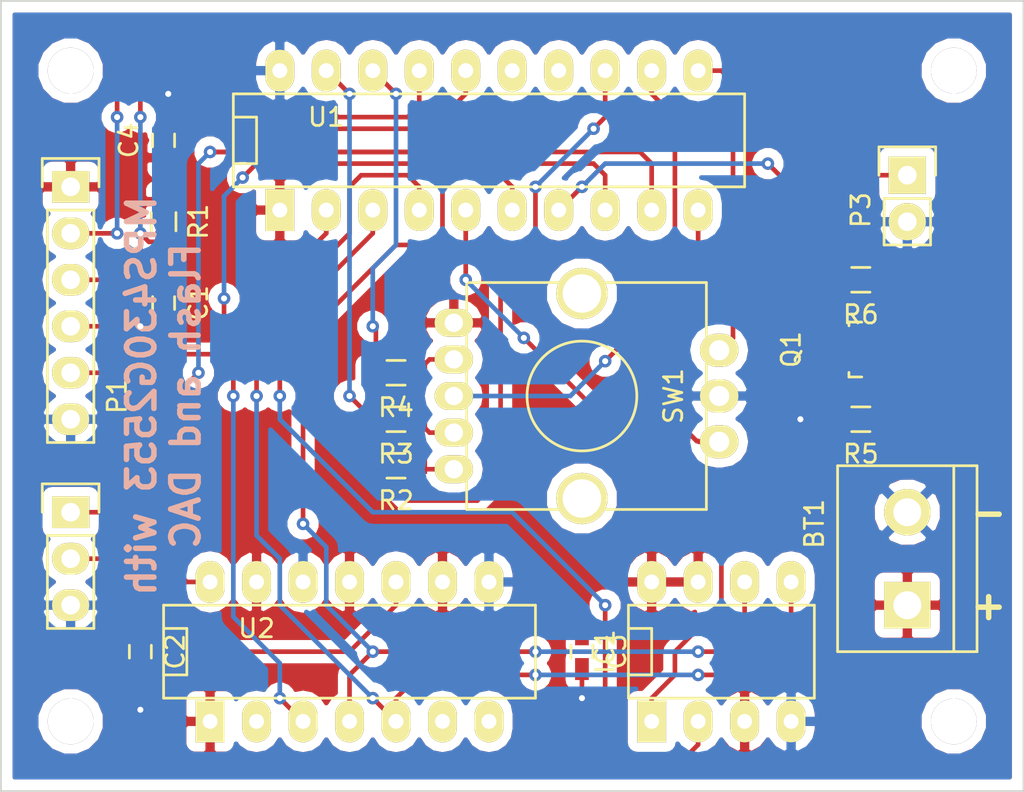
<source format=kicad_pcb>
(kicad_pcb (version 4) (host pcbnew 0.201505021002+5636~23~ubuntu14.04.1-product)

  (general
    (links 57)
    (no_connects 0)
    (area 126.949999 105.81088 183.311858 150.67818)
    (thickness 1.6)
    (drawings 9)
    (tracks 236)
    (zones 0)
    (modules 23)
    (nets 27)
  )

  (page A4)
  (layers
    (0 F.Cu signal)
    (31 B.Cu signal)
    (32 B.Adhes user)
    (33 F.Adhes user)
    (34 B.Paste user)
    (35 F.Paste user)
    (36 B.SilkS user)
    (37 F.SilkS user)
    (38 B.Mask user)
    (39 F.Mask user)
    (40 Dwgs.User user)
    (41 Cmts.User user)
    (42 Eco1.User user)
    (43 Eco2.User user)
    (44 Edge.Cuts user)
    (45 Margin user)
    (46 B.CrtYd user)
    (47 F.CrtYd user)
    (48 B.Fab user)
    (49 F.Fab user)
  )

  (setup
    (last_trace_width 0.254)
    (trace_clearance 0.254)
    (zone_clearance 0.508)
    (zone_45_only no)
    (trace_min 0.254)
    (segment_width 0.2)
    (edge_width 0.1)
    (via_size 0.6858)
    (via_drill 0.3302)
    (via_min_size 0.6858)
    (via_min_drill 0.3302)
    (user_via 0.6858 0.3302)
    (uvia_size 0.508)
    (uvia_drill 0.127)
    (uvias_allowed no)
    (uvia_min_size 0.508)
    (uvia_min_drill 0.127)
    (pcb_text_width 0.3)
    (pcb_text_size 1.5 1.5)
    (mod_edge_width 0.15)
    (mod_text_size 1 1)
    (mod_text_width 0.15)
    (pad_size 2.4 2)
    (pad_drill 2.1)
    (pad_to_mask_clearance 0)
    (aux_axis_origin 121.92 111.76)
    (visible_elements FFFFEF7F)
    (pcbplotparams
      (layerselection 0x010f0_80000001)
      (usegerberextensions true)
      (excludeedgelayer true)
      (linewidth 0.100000)
      (plotframeref false)
      (viasonmask false)
      (mode 1)
      (useauxorigin false)
      (hpglpennumber 1)
      (hpglpenspeed 20)
      (hpglpendiameter 15)
      (hpglpenoverlay 2)
      (psnegative false)
      (psa4output false)
      (plotreference true)
      (plotvalue true)
      (plotinvisibletext false)
      (padsonsilk false)
      (subtractmaskfromsilk false)
      (outputformat 1)
      (mirror false)
      (drillshape 0)
      (scaleselection 1)
      (outputdirectory ""))
  )

  (net 0 "")
  (net 1 VCC)
  (net 2 GND)
  (net 3 /RST#)
  (net 4 /FLASHCS#)
  (net 5 /SDO)
  (net 6 /SDI)
  (net 7 /SCK)
  (net 8 /TEST)
  (net 9 /RXD)
  (net 10 /TXD)
  (net 11 /A_OUT)
  (net 12 /B_OUT)
  (net 13 "Net-(P3-Pad1)")
  (net 14 /PH_IN)
  (net 15 "Net-(R2-Pad1)")
  (net 16 /RLED)
  (net 17 "Net-(R3-Pad1)")
  (net 18 /GLED)
  (net 19 "Net-(R4-Pad1)")
  (net 20 /BLED)
  (net 21 /DACCS#)
  (net 22 /Q_A)
  (net 23 /Q_B)
  (net 24 /BUTTON)
  (net 25 "Net-(U1-Pad14)")
  (net 26 "Net-(U1-Pad15)")

  (net_class Default "This is the default net class."
    (clearance 0.254)
    (trace_width 0.254)
    (via_dia 0.6858)
    (via_drill 0.3302)
    (uvia_dia 0.508)
    (uvia_drill 0.127)
    (add_net /A_OUT)
    (add_net /BLED)
    (add_net /BUTTON)
    (add_net /B_OUT)
    (add_net /DACCS#)
    (add_net /FLASHCS#)
    (add_net /GLED)
    (add_net /PH_IN)
    (add_net /Q_A)
    (add_net /Q_B)
    (add_net /RLED)
    (add_net /RST#)
    (add_net /RXD)
    (add_net /SCK)
    (add_net /SDI)
    (add_net /SDO)
    (add_net /TEST)
    (add_net /TXD)
    (add_net GND)
    (add_net "Net-(P3-Pad1)")
    (add_net "Net-(R2-Pad1)")
    (add_net "Net-(R3-Pad1)")
    (add_net "Net-(R4-Pad1)")
    (add_net "Net-(U1-Pad14)")
    (add_net "Net-(U1-Pad15)")
    (add_net VCC)
  )

  (module Mounting_Holes:MountingHole_2-5mm (layer F.Cu) (tedit 554F803A) (tstamp 554F8084)
    (at 130.81 110.49)
    (descr "Mounting hole, Befestigungsbohrung, 2,5mm, No Annular, Kein Restring,")
    (tags "Mounting hole, Befestigungsbohrung, 2,5mm, No Annular, Kein Restring,")
    (fp_text reference "" (at 0 -3.50012) (layer F.SilkS)
      (effects (font (size 1 1) (thickness 0.15)))
    )
    (fp_text value "" (at 0.09906 3.59918) (layer F.Fab)
      (effects (font (size 1 1) (thickness 0.15)))
    )
    (fp_circle (center 0 0) (end 2.5 0) (layer Cmts.User) (width 0.381))
    (pad 1 thru_hole circle (at 0 0) (size 2.5 2.5) (drill 2.5) (layers))
  )

  (module Mounting_Holes:MountingHole_2-5mm (layer F.Cu) (tedit 554F803A) (tstamp 554F806E)
    (at 130.81 146.05)
    (descr "Mounting hole, Befestigungsbohrung, 2,5mm, No Annular, Kein Restring,")
    (tags "Mounting hole, Befestigungsbohrung, 2,5mm, No Annular, Kein Restring,")
    (fp_text reference "" (at 0 -3.50012) (layer F.SilkS)
      (effects (font (size 1 1) (thickness 0.15)))
    )
    (fp_text value "" (at 0.09906 3.59918) (layer F.Fab)
      (effects (font (size 1 1) (thickness 0.15)))
    )
    (fp_circle (center 0 0) (end 2.5 0) (layer Cmts.User) (width 0.381))
    (pad 1 thru_hole circle (at 0 0) (size 2.5 2.5) (drill 2.5) (layers))
  )

  (module Mounting_Holes:MountingHole_2-5mm (layer F.Cu) (tedit 554F803A) (tstamp 554F805F)
    (at 179.07 146.05)
    (descr "Mounting hole, Befestigungsbohrung, 2,5mm, No Annular, Kein Restring,")
    (tags "Mounting hole, Befestigungsbohrung, 2,5mm, No Annular, Kein Restring,")
    (fp_text reference "" (at 0 -3.50012) (layer F.SilkS)
      (effects (font (size 1 1) (thickness 0.15)))
    )
    (fp_text value "" (at 0.09906 3.59918) (layer F.Fab)
      (effects (font (size 1 1) (thickness 0.15)))
    )
    (fp_circle (center 0 0) (end 2.5 0) (layer Cmts.User) (width 0.381))
    (pad 1 thru_hole circle (at 0 0) (size 2.5 2.5) (drill 2.5) (layers))
  )

  (module Connect:bornier2 (layer F.Cu) (tedit 554F8B95) (tstamp 554E56EC)
    (at 176.53 137.16 90)
    (descr "Bornier d'alimentation 2 pins")
    (tags DEV)
    (path /55496743)
    (fp_text reference BT1 (at 1.905 -5.08 90) (layer F.SilkS)
      (effects (font (size 1 1) (thickness 0.15)))
    )
    (fp_text value Battery (at 0 3.81 90) (layer F.Fab)
      (effects (font (size 1 1) (thickness 0.15)))
    )
    (fp_line (start 5.08 2.54) (end -5.08 2.54) (layer F.SilkS) (width 0.15))
    (fp_line (start 5.08 3.81) (end 5.08 -3.81) (layer F.SilkS) (width 0.15))
    (fp_line (start 5.08 -3.81) (end -5.08 -3.81) (layer F.SilkS) (width 0.15))
    (fp_line (start -5.08 -3.81) (end -5.08 3.81) (layer F.SilkS) (width 0.15))
    (fp_line (start -5.08 3.81) (end 5.08 3.81) (layer F.SilkS) (width 0.15))
    (pad 1 thru_hole rect (at -2.54 0 90) (size 2.54 2.54) (drill 1.524) (layers *.Cu *.Mask F.SilkS)
      (net 1 VCC))
    (pad 2 thru_hole circle (at 2.54 0 90) (size 2.54 2.54) (drill 1.524) (layers *.Cu *.Mask F.SilkS)
      (net 2 GND))
    (model Connect.3dshapes/bornier2.wrl
      (at (xyz 0 0 0))
      (scale (xyz 1 1 1))
      (rotate (xyz 0 0 0))
    )
  )

  (module Capacitors_SMD:C_0603_HandSoldering (layer F.Cu) (tedit 541A9B4D) (tstamp 554E56F2)
    (at 135.89 123.19 270)
    (descr "Capacitor SMD 0603, hand soldering")
    (tags "capacitor 0603")
    (path /554AA576)
    (attr smd)
    (fp_text reference C1 (at 0 -1.9 270) (layer F.SilkS)
      (effects (font (size 1 1) (thickness 0.15)))
    )
    (fp_text value 1n (at 0 1.9 270) (layer F.Fab)
      (effects (font (size 1 1) (thickness 0.15)))
    )
    (fp_line (start -1.85 -0.75) (end 1.85 -0.75) (layer F.CrtYd) (width 0.05))
    (fp_line (start -1.85 0.75) (end 1.85 0.75) (layer F.CrtYd) (width 0.05))
    (fp_line (start -1.85 -0.75) (end -1.85 0.75) (layer F.CrtYd) (width 0.05))
    (fp_line (start 1.85 -0.75) (end 1.85 0.75) (layer F.CrtYd) (width 0.05))
    (fp_line (start -0.35 -0.6) (end 0.35 -0.6) (layer F.SilkS) (width 0.15))
    (fp_line (start 0.35 0.6) (end -0.35 0.6) (layer F.SilkS) (width 0.15))
    (pad 1 smd rect (at -0.95 0 270) (size 1.2 0.75) (layers F.Cu F.Paste F.Mask)
      (net 3 /RST#))
    (pad 2 smd rect (at 0.95 0 270) (size 1.2 0.75) (layers F.Cu F.Paste F.Mask)
      (net 2 GND))
    (model Capacitors_SMD.3dshapes/C_0603_HandSoldering.wrl
      (at (xyz 0 0 0))
      (scale (xyz 1 1 1))
      (rotate (xyz 0 0 0))
    )
  )

  (module Capacitors_SMD:C_0603_HandSoldering (layer F.Cu) (tedit 541A9B4D) (tstamp 554E56F8)
    (at 134.62 142.24 270)
    (descr "Capacitor SMD 0603, hand soldering")
    (tags "capacitor 0603")
    (path /554AF55C)
    (attr smd)
    (fp_text reference C2 (at 0 -1.9 270) (layer F.SilkS)
      (effects (font (size 1 1) (thickness 0.15)))
    )
    (fp_text value 100n (at 0 1.9 270) (layer F.Fab)
      (effects (font (size 1 1) (thickness 0.15)))
    )
    (fp_line (start -1.85 -0.75) (end 1.85 -0.75) (layer F.CrtYd) (width 0.05))
    (fp_line (start -1.85 0.75) (end 1.85 0.75) (layer F.CrtYd) (width 0.05))
    (fp_line (start -1.85 -0.75) (end -1.85 0.75) (layer F.CrtYd) (width 0.05))
    (fp_line (start 1.85 -0.75) (end 1.85 0.75) (layer F.CrtYd) (width 0.05))
    (fp_line (start -0.35 -0.6) (end 0.35 -0.6) (layer F.SilkS) (width 0.15))
    (fp_line (start 0.35 0.6) (end -0.35 0.6) (layer F.SilkS) (width 0.15))
    (pad 1 smd rect (at -0.95 0 270) (size 1.2 0.75) (layers F.Cu F.Paste F.Mask)
      (net 1 VCC))
    (pad 2 smd rect (at 0.95 0 270) (size 1.2 0.75) (layers F.Cu F.Paste F.Mask)
      (net 2 GND))
    (model Capacitors_SMD.3dshapes/C_0603_HandSoldering.wrl
      (at (xyz 0 0 0))
      (scale (xyz 1 1 1))
      (rotate (xyz 0 0 0))
    )
  )

  (module Capacitors_SMD:C_0603_HandSoldering (layer F.Cu) (tedit 541A9B4D) (tstamp 554E56FE)
    (at 158.75 142.24 270)
    (descr "Capacitor SMD 0603, hand soldering")
    (tags "capacitor 0603")
    (path /554AF584)
    (attr smd)
    (fp_text reference C3 (at 0 -1.9 270) (layer F.SilkS)
      (effects (font (size 1 1) (thickness 0.15)))
    )
    (fp_text value 100n (at 0 1.9 270) (layer F.Fab)
      (effects (font (size 1 1) (thickness 0.15)))
    )
    (fp_line (start -1.85 -0.75) (end 1.85 -0.75) (layer F.CrtYd) (width 0.05))
    (fp_line (start -1.85 0.75) (end 1.85 0.75) (layer F.CrtYd) (width 0.05))
    (fp_line (start -1.85 -0.75) (end -1.85 0.75) (layer F.CrtYd) (width 0.05))
    (fp_line (start 1.85 -0.75) (end 1.85 0.75) (layer F.CrtYd) (width 0.05))
    (fp_line (start -0.35 -0.6) (end 0.35 -0.6) (layer F.SilkS) (width 0.15))
    (fp_line (start 0.35 0.6) (end -0.35 0.6) (layer F.SilkS) (width 0.15))
    (pad 1 smd rect (at -0.95 0 270) (size 1.2 0.75) (layers F.Cu F.Paste F.Mask)
      (net 1 VCC))
    (pad 2 smd rect (at 0.95 0 270) (size 1.2 0.75) (layers F.Cu F.Paste F.Mask)
      (net 2 GND))
    (model Capacitors_SMD.3dshapes/C_0603_HandSoldering.wrl
      (at (xyz 0 0 0))
      (scale (xyz 1 1 1))
      (rotate (xyz 0 0 0))
    )
  )

  (module Capacitors_SMD:C_0603_HandSoldering (layer F.Cu) (tedit 541A9B4D) (tstamp 554E5704)
    (at 135.89 114.3 90)
    (descr "Capacitor SMD 0603, hand soldering")
    (tags "capacitor 0603")
    (path /554AF5A9)
    (attr smd)
    (fp_text reference C4 (at 0 -1.9 90) (layer F.SilkS)
      (effects (font (size 1 1) (thickness 0.15)))
    )
    (fp_text value 100n (at 0 1.9 90) (layer F.Fab)
      (effects (font (size 1 1) (thickness 0.15)))
    )
    (fp_line (start -1.85 -0.75) (end 1.85 -0.75) (layer F.CrtYd) (width 0.05))
    (fp_line (start -1.85 0.75) (end 1.85 0.75) (layer F.CrtYd) (width 0.05))
    (fp_line (start -1.85 -0.75) (end -1.85 0.75) (layer F.CrtYd) (width 0.05))
    (fp_line (start 1.85 -0.75) (end 1.85 0.75) (layer F.CrtYd) (width 0.05))
    (fp_line (start -0.35 -0.6) (end 0.35 -0.6) (layer F.SilkS) (width 0.15))
    (fp_line (start 0.35 0.6) (end -0.35 0.6) (layer F.SilkS) (width 0.15))
    (pad 1 smd rect (at -0.95 0 90) (size 1.2 0.75) (layers F.Cu F.Paste F.Mask)
      (net 1 VCC))
    (pad 2 smd rect (at 0.95 0 90) (size 1.2 0.75) (layers F.Cu F.Paste F.Mask)
      (net 2 GND))
    (model Capacitors_SMD.3dshapes/C_0603_HandSoldering.wrl
      (at (xyz 0 0 0))
      (scale (xyz 1 1 1))
      (rotate (xyz 0 0 0))
    )
  )

  (module Housings_DIP:DIP-8__300_ELL (layer F.Cu) (tedit 0) (tstamp 554E5710)
    (at 166.37 142.24)
    (descr "8 pins DIL package, elliptical pads")
    (tags DIL)
    (path /55496635)
    (fp_text reference IC1 (at -6.35 0 90) (layer F.SilkS)
      (effects (font (size 1 1) (thickness 0.15)))
    )
    (fp_text value MX25L4006E (at 0 0) (layer F.Fab)
      (effects (font (size 1 1) (thickness 0.15)))
    )
    (fp_line (start -5.08 -1.27) (end -3.81 -1.27) (layer F.SilkS) (width 0.15))
    (fp_line (start -3.81 -1.27) (end -3.81 1.27) (layer F.SilkS) (width 0.15))
    (fp_line (start -3.81 1.27) (end -5.08 1.27) (layer F.SilkS) (width 0.15))
    (fp_line (start -5.08 -2.54) (end 5.08 -2.54) (layer F.SilkS) (width 0.15))
    (fp_line (start 5.08 -2.54) (end 5.08 2.54) (layer F.SilkS) (width 0.15))
    (fp_line (start 5.08 2.54) (end -5.08 2.54) (layer F.SilkS) (width 0.15))
    (fp_line (start -5.08 2.54) (end -5.08 -2.54) (layer F.SilkS) (width 0.15))
    (pad 1 thru_hole rect (at -3.81 3.81) (size 1.5748 2.286) (drill 0.8128) (layers *.Cu *.Mask F.SilkS)
      (net 4 /FLASHCS#))
    (pad 2 thru_hole oval (at -1.27 3.81) (size 1.5748 2.286) (drill 0.8128) (layers *.Cu *.Mask F.SilkS)
      (net 5 /SDO))
    (pad 3 thru_hole oval (at 1.27 3.81) (size 1.5748 2.286) (drill 0.8128) (layers *.Cu *.Mask F.SilkS)
      (net 1 VCC))
    (pad 4 thru_hole oval (at 3.81 3.81) (size 1.5748 2.286) (drill 0.8128) (layers *.Cu *.Mask F.SilkS)
      (net 2 GND))
    (pad 5 thru_hole oval (at 3.81 -3.81) (size 1.5748 2.286) (drill 0.8128) (layers *.Cu *.Mask F.SilkS)
      (net 6 /SDI))
    (pad 6 thru_hole oval (at 1.27 -3.81) (size 1.5748 2.286) (drill 0.8128) (layers *.Cu *.Mask F.SilkS)
      (net 7 /SCK))
    (pad 7 thru_hole oval (at -1.27 -3.81) (size 1.5748 2.286) (drill 0.8128) (layers *.Cu *.Mask F.SilkS)
      (net 1 VCC))
    (pad 8 thru_hole oval (at -3.81 -3.81) (size 1.5748 2.286) (drill 0.8128) (layers *.Cu *.Mask F.SilkS)
      (net 1 VCC))
    (model Sockets_DIP.3dshapes/DIP-8__300_ELL.wrl
      (at (xyz 0 0 0))
      (scale (xyz 1 1 1))
      (rotate (xyz 0 0 0))
    )
  )

  (module Pin_Headers:Pin_Header_Straight_1x06 (layer F.Cu) (tedit 554E9195) (tstamp 554E571A)
    (at 130.81 116.84)
    (descr "Through hole pin header")
    (tags "pin header")
    (path /55496BAD)
    (fp_text reference P1 (at 2.54 11.43 90) (layer F.SilkS)
      (effects (font (size 1 1) (thickness 0.15)))
    )
    (fp_text value DEBUG (at 2.54 7.62 90) (layer F.Fab)
      (effects (font (size 1 1) (thickness 0.15)))
    )
    (fp_line (start -1.75 -1.75) (end -1.75 14.45) (layer F.CrtYd) (width 0.05))
    (fp_line (start 1.75 -1.75) (end 1.75 14.45) (layer F.CrtYd) (width 0.05))
    (fp_line (start -1.75 -1.75) (end 1.75 -1.75) (layer F.CrtYd) (width 0.05))
    (fp_line (start -1.75 14.45) (end 1.75 14.45) (layer F.CrtYd) (width 0.05))
    (fp_line (start 1.27 1.27) (end 1.27 13.97) (layer F.SilkS) (width 0.15))
    (fp_line (start 1.27 13.97) (end -1.27 13.97) (layer F.SilkS) (width 0.15))
    (fp_line (start -1.27 13.97) (end -1.27 1.27) (layer F.SilkS) (width 0.15))
    (fp_line (start 1.55 -1.55) (end 1.55 0) (layer F.SilkS) (width 0.15))
    (fp_line (start 1.27 1.27) (end -1.27 1.27) (layer F.SilkS) (width 0.15))
    (fp_line (start -1.55 0) (end -1.55 -1.55) (layer F.SilkS) (width 0.15))
    (fp_line (start -1.55 -1.55) (end 1.55 -1.55) (layer F.SilkS) (width 0.15))
    (pad 1 thru_hole rect (at 0 0) (size 2.032 1.7272) (drill 1.016) (layers *.Cu *.Mask F.SilkS)
      (net 1 VCC))
    (pad 2 thru_hole oval (at 0 2.54) (size 2.032 1.7272) (drill 1.016) (layers *.Cu *.Mask F.SilkS)
      (net 8 /TEST))
    (pad 3 thru_hole oval (at 0 5.08) (size 2.032 1.7272) (drill 1.016) (layers *.Cu *.Mask F.SilkS)
      (net 3 /RST#))
    (pad 4 thru_hole oval (at 0 7.62) (size 2.032 1.7272) (drill 1.016) (layers *.Cu *.Mask F.SilkS)
      (net 9 /RXD))
    (pad 5 thru_hole oval (at 0 10.16) (size 2.032 1.7272) (drill 1.016) (layers *.Cu *.Mask F.SilkS)
      (net 10 /TXD))
    (pad 6 thru_hole oval (at 0 12.7) (size 2.032 1.7272) (drill 1.016) (layers *.Cu *.Mask F.SilkS)
      (net 2 GND))
    (model Pin_Headers.3dshapes/Pin_Header_Straight_1x06.wrl
      (at (xyz 0 -0.25 0))
      (scale (xyz 1 1 1))
      (rotate (xyz 0 0 90))
    )
  )

  (module Pin_Headers:Pin_Header_Straight_1x03 (layer F.Cu) (tedit 554E7460) (tstamp 554E5721)
    (at 130.81 134.62)
    (descr "Through hole pin header")
    (tags "pin header")
    (path /554AF0A3)
    (fp_text reference P2 (at 0 -5.1) (layer F.SilkS)
      (effects (font (size 1 1) (thickness 0.15)))
    )
    (fp_text value OUT (at 2.54 2.54 90) (layer F.Fab)
      (effects (font (size 1 1) (thickness 0.15)))
    )
    (fp_line (start -1.75 -1.75) (end -1.75 6.85) (layer F.CrtYd) (width 0.05))
    (fp_line (start 1.75 -1.75) (end 1.75 6.85) (layer F.CrtYd) (width 0.05))
    (fp_line (start -1.75 -1.75) (end 1.75 -1.75) (layer F.CrtYd) (width 0.05))
    (fp_line (start -1.75 6.85) (end 1.75 6.85) (layer F.CrtYd) (width 0.05))
    (fp_line (start -1.27 1.27) (end -1.27 6.35) (layer F.SilkS) (width 0.15))
    (fp_line (start -1.27 6.35) (end 1.27 6.35) (layer F.SilkS) (width 0.15))
    (fp_line (start 1.27 6.35) (end 1.27 1.27) (layer F.SilkS) (width 0.15))
    (fp_line (start 1.55 -1.55) (end 1.55 0) (layer F.SilkS) (width 0.15))
    (fp_line (start 1.27 1.27) (end -1.27 1.27) (layer F.SilkS) (width 0.15))
    (fp_line (start -1.55 0) (end -1.55 -1.55) (layer F.SilkS) (width 0.15))
    (fp_line (start -1.55 -1.55) (end 1.55 -1.55) (layer F.SilkS) (width 0.15))
    (pad 1 thru_hole rect (at 0 0) (size 2.032 1.7272) (drill 1.016) (layers *.Cu *.Mask F.SilkS)
      (net 11 /A_OUT))
    (pad 2 thru_hole oval (at 0 2.54) (size 2.032 1.7272) (drill 1.016) (layers *.Cu *.Mask F.SilkS)
      (net 12 /B_OUT))
    (pad 3 thru_hole oval (at 0 5.08) (size 2.032 1.7272) (drill 1.016) (layers *.Cu *.Mask F.SilkS)
      (net 2 GND))
    (model Pin_Headers.3dshapes/Pin_Header_Straight_1x03.wrl
      (at (xyz 0 -0.1 0))
      (scale (xyz 1 1 1))
      (rotate (xyz 0 0 90))
    )
  )

  (module Pin_Headers:Pin_Header_Straight_1x02 (layer F.Cu) (tedit 554F8B88) (tstamp 554E5727)
    (at 176.53 116.205)
    (descr "Through hole pin header")
    (tags "pin header")
    (path /554B3571)
    (fp_text reference P3 (at -2.54 1.905 90) (layer F.SilkS)
      (effects (font (size 1 1) (thickness 0.15)))
    )
    (fp_text value PHOTODIODE (at 2.54 2.54 90) (layer F.Fab)
      (effects (font (size 1 1) (thickness 0.15)))
    )
    (fp_line (start 1.27 1.27) (end 1.27 3.81) (layer F.SilkS) (width 0.15))
    (fp_line (start 1.55 -1.55) (end 1.55 0) (layer F.SilkS) (width 0.15))
    (fp_line (start -1.75 -1.75) (end -1.75 4.3) (layer F.CrtYd) (width 0.05))
    (fp_line (start 1.75 -1.75) (end 1.75 4.3) (layer F.CrtYd) (width 0.05))
    (fp_line (start -1.75 -1.75) (end 1.75 -1.75) (layer F.CrtYd) (width 0.05))
    (fp_line (start -1.75 4.3) (end 1.75 4.3) (layer F.CrtYd) (width 0.05))
    (fp_line (start 1.27 1.27) (end -1.27 1.27) (layer F.SilkS) (width 0.15))
    (fp_line (start -1.55 0) (end -1.55 -1.55) (layer F.SilkS) (width 0.15))
    (fp_line (start -1.55 -1.55) (end 1.55 -1.55) (layer F.SilkS) (width 0.15))
    (fp_line (start -1.27 1.27) (end -1.27 3.81) (layer F.SilkS) (width 0.15))
    (fp_line (start -1.27 3.81) (end 1.27 3.81) (layer F.SilkS) (width 0.15))
    (pad 1 thru_hole rect (at 0 0) (size 2.032 2.032) (drill 1.016) (layers *.Cu *.Mask F.SilkS)
      (net 13 "Net-(P3-Pad1)"))
    (pad 2 thru_hole oval (at 0 2.54) (size 2.032 2.032) (drill 1.016) (layers *.Cu *.Mask F.SilkS)
      (net 2 GND))
    (model Pin_Headers.3dshapes/Pin_Header_Straight_1x02.wrl
      (at (xyz 0 -0.05 0))
      (scale (xyz 1 1 1))
      (rotate (xyz 0 0 90))
    )
  )

  (module Housings_SOT-23_SOT-143_TSOT-6:SOT-23_Handsoldering (layer F.Cu) (tedit 54E9291B) (tstamp 554E572E)
    (at 173.99 125.73 90)
    (descr "SOT-23, Handsoldering")
    (tags SOT-23)
    (path /554B34B6)
    (attr smd)
    (fp_text reference Q1 (at 0 -3.81 90) (layer F.SilkS)
      (effects (font (size 1 1) (thickness 0.15)))
    )
    (fp_text value 2N3906 (at 0 3.81 90) (layer F.Fab)
      (effects (font (size 1 1) (thickness 0.15)))
    )
    (fp_line (start -1.49982 0.0508) (end -1.49982 -0.65024) (layer F.SilkS) (width 0.15))
    (fp_line (start -1.49982 -0.65024) (end -1.2509 -0.65024) (layer F.SilkS) (width 0.15))
    (fp_line (start 1.29916 -0.65024) (end 1.49982 -0.65024) (layer F.SilkS) (width 0.15))
    (fp_line (start 1.49982 -0.65024) (end 1.49982 0.0508) (layer F.SilkS) (width 0.15))
    (pad 1 smd rect (at -0.95 1.50114 90) (size 0.8001 1.80086) (layers F.Cu F.Paste F.Mask)
      (net 14 /PH_IN))
    (pad 2 smd rect (at 0.95 1.50114 90) (size 0.8001 1.80086) (layers F.Cu F.Paste F.Mask)
      (net 13 "Net-(P3-Pad1)"))
    (pad 3 smd rect (at 0 -1.50114 90) (size 0.8001 1.80086) (layers F.Cu F.Paste F.Mask)
      (net 1 VCC))
    (model Housings_SOT-23_SOT-143_TSOT-6.3dshapes/SOT-23_Handsoldering.wrl
      (at (xyz 0 0 0))
      (scale (xyz 1 1 1))
      (rotate (xyz 0 0 0))
    )
  )

  (module Resistors_SMD:R_0603_HandSoldering (layer F.Cu) (tedit 5418A00F) (tstamp 554E5734)
    (at 135.89 118.745 270)
    (descr "Resistor SMD 0603, hand soldering")
    (tags "resistor 0603")
    (path /554AA555)
    (attr smd)
    (fp_text reference R1 (at 0 -1.9 270) (layer F.SilkS)
      (effects (font (size 1 1) (thickness 0.15)))
    )
    (fp_text value 47K (at 0 1.9 270) (layer F.Fab)
      (effects (font (size 1 1) (thickness 0.15)))
    )
    (fp_line (start -2 -0.8) (end 2 -0.8) (layer F.CrtYd) (width 0.05))
    (fp_line (start -2 0.8) (end 2 0.8) (layer F.CrtYd) (width 0.05))
    (fp_line (start -2 -0.8) (end -2 0.8) (layer F.CrtYd) (width 0.05))
    (fp_line (start 2 -0.8) (end 2 0.8) (layer F.CrtYd) (width 0.05))
    (fp_line (start 0.5 0.675) (end -0.5 0.675) (layer F.SilkS) (width 0.15))
    (fp_line (start -0.5 -0.675) (end 0.5 -0.675) (layer F.SilkS) (width 0.15))
    (pad 1 smd rect (at -1.1 0 270) (size 1.2 0.9) (layers F.Cu F.Paste F.Mask)
      (net 1 VCC))
    (pad 2 smd rect (at 1.1 0 270) (size 1.2 0.9) (layers F.Cu F.Paste F.Mask)
      (net 3 /RST#))
    (model Resistors_SMD.3dshapes/R_0603_HandSoldering.wrl
      (at (xyz 0 0 0))
      (scale (xyz 1 1 1))
      (rotate (xyz 0 0 0))
    )
  )

  (module Resistors_SMD:R_0603_HandSoldering (layer F.Cu) (tedit 5418A00F) (tstamp 554E573A)
    (at 148.59 132.08 180)
    (descr "Resistor SMD 0603, hand soldering")
    (tags "resistor 0603")
    (path /554ACC55)
    (attr smd)
    (fp_text reference R2 (at 0 -1.9 180) (layer F.SilkS)
      (effects (font (size 1 1) (thickness 0.15)))
    )
    (fp_text value 220 (at 0 1.9 180) (layer F.Fab)
      (effects (font (size 1 1) (thickness 0.15)))
    )
    (fp_line (start -2 -0.8) (end 2 -0.8) (layer F.CrtYd) (width 0.05))
    (fp_line (start -2 0.8) (end 2 0.8) (layer F.CrtYd) (width 0.05))
    (fp_line (start -2 -0.8) (end -2 0.8) (layer F.CrtYd) (width 0.05))
    (fp_line (start 2 -0.8) (end 2 0.8) (layer F.CrtYd) (width 0.05))
    (fp_line (start 0.5 0.675) (end -0.5 0.675) (layer F.SilkS) (width 0.15))
    (fp_line (start -0.5 -0.675) (end 0.5 -0.675) (layer F.SilkS) (width 0.15))
    (pad 1 smd rect (at -1.1 0 180) (size 1.2 0.9) (layers F.Cu F.Paste F.Mask)
      (net 15 "Net-(R2-Pad1)"))
    (pad 2 smd rect (at 1.1 0 180) (size 1.2 0.9) (layers F.Cu F.Paste F.Mask)
      (net 16 /RLED))
    (model Resistors_SMD.3dshapes/R_0603_HandSoldering.wrl
      (at (xyz 0 0 0))
      (scale (xyz 1 1 1))
      (rotate (xyz 0 0 0))
    )
  )

  (module Resistors_SMD:R_0603_HandSoldering (layer F.Cu) (tedit 5418A00F) (tstamp 554E5740)
    (at 148.59 129.54 180)
    (descr "Resistor SMD 0603, hand soldering")
    (tags "resistor 0603")
    (path /554ACC81)
    (attr smd)
    (fp_text reference R3 (at 0 -1.9 180) (layer F.SilkS)
      (effects (font (size 1 1) (thickness 0.15)))
    )
    (fp_text value 220 (at 0 1.9 180) (layer F.Fab)
      (effects (font (size 1 1) (thickness 0.15)))
    )
    (fp_line (start -2 -0.8) (end 2 -0.8) (layer F.CrtYd) (width 0.05))
    (fp_line (start -2 0.8) (end 2 0.8) (layer F.CrtYd) (width 0.05))
    (fp_line (start -2 -0.8) (end -2 0.8) (layer F.CrtYd) (width 0.05))
    (fp_line (start 2 -0.8) (end 2 0.8) (layer F.CrtYd) (width 0.05))
    (fp_line (start 0.5 0.675) (end -0.5 0.675) (layer F.SilkS) (width 0.15))
    (fp_line (start -0.5 -0.675) (end 0.5 -0.675) (layer F.SilkS) (width 0.15))
    (pad 1 smd rect (at -1.1 0 180) (size 1.2 0.9) (layers F.Cu F.Paste F.Mask)
      (net 17 "Net-(R3-Pad1)"))
    (pad 2 smd rect (at 1.1 0 180) (size 1.2 0.9) (layers F.Cu F.Paste F.Mask)
      (net 18 /GLED))
    (model Resistors_SMD.3dshapes/R_0603_HandSoldering.wrl
      (at (xyz 0 0 0))
      (scale (xyz 1 1 1))
      (rotate (xyz 0 0 0))
    )
  )

  (module Resistors_SMD:R_0603_HandSoldering (layer F.Cu) (tedit 5418A00F) (tstamp 554E5746)
    (at 148.59 127 180)
    (descr "Resistor SMD 0603, hand soldering")
    (tags "resistor 0603")
    (path /554ACCD7)
    (attr smd)
    (fp_text reference R4 (at 0 -1.9 180) (layer F.SilkS)
      (effects (font (size 1 1) (thickness 0.15)))
    )
    (fp_text value 220 (at 0 1.9 180) (layer F.Fab)
      (effects (font (size 1 1) (thickness 0.15)))
    )
    (fp_line (start -2 -0.8) (end 2 -0.8) (layer F.CrtYd) (width 0.05))
    (fp_line (start -2 0.8) (end 2 0.8) (layer F.CrtYd) (width 0.05))
    (fp_line (start -2 -0.8) (end -2 0.8) (layer F.CrtYd) (width 0.05))
    (fp_line (start 2 -0.8) (end 2 0.8) (layer F.CrtYd) (width 0.05))
    (fp_line (start 0.5 0.675) (end -0.5 0.675) (layer F.SilkS) (width 0.15))
    (fp_line (start -0.5 -0.675) (end 0.5 -0.675) (layer F.SilkS) (width 0.15))
    (pad 1 smd rect (at -1.1 0 180) (size 1.2 0.9) (layers F.Cu F.Paste F.Mask)
      (net 19 "Net-(R4-Pad1)"))
    (pad 2 smd rect (at 1.1 0 180) (size 1.2 0.9) (layers F.Cu F.Paste F.Mask)
      (net 20 /BLED))
    (model Resistors_SMD.3dshapes/R_0603_HandSoldering.wrl
      (at (xyz 0 0 0))
      (scale (xyz 1 1 1))
      (rotate (xyz 0 0 0))
    )
  )

  (module Resistors_SMD:R_0603_HandSoldering (layer F.Cu) (tedit 5418A00F) (tstamp 554E574C)
    (at 173.99 129.54 180)
    (descr "Resistor SMD 0603, hand soldering")
    (tags "resistor 0603")
    (path /554B3739)
    (attr smd)
    (fp_text reference R5 (at 0 -1.9 180) (layer F.SilkS)
      (effects (font (size 1 1) (thickness 0.15)))
    )
    (fp_text value 100K (at 0 1.9 180) (layer F.Fab)
      (effects (font (size 1 1) (thickness 0.15)))
    )
    (fp_line (start -2 -0.8) (end 2 -0.8) (layer F.CrtYd) (width 0.05))
    (fp_line (start -2 0.8) (end 2 0.8) (layer F.CrtYd) (width 0.05))
    (fp_line (start -2 -0.8) (end -2 0.8) (layer F.CrtYd) (width 0.05))
    (fp_line (start 2 -0.8) (end 2 0.8) (layer F.CrtYd) (width 0.05))
    (fp_line (start 0.5 0.675) (end -0.5 0.675) (layer F.SilkS) (width 0.15))
    (fp_line (start -0.5 -0.675) (end 0.5 -0.675) (layer F.SilkS) (width 0.15))
    (pad 1 smd rect (at -1.1 0 180) (size 1.2 0.9) (layers F.Cu F.Paste F.Mask)
      (net 14 /PH_IN))
    (pad 2 smd rect (at 1.1 0 180) (size 1.2 0.9) (layers F.Cu F.Paste F.Mask)
      (net 2 GND))
    (model Resistors_SMD.3dshapes/R_0603_HandSoldering.wrl
      (at (xyz 0 0 0))
      (scale (xyz 1 1 1))
      (rotate (xyz 0 0 0))
    )
  )

  (module Resistors_SMD:R_0603_HandSoldering (layer F.Cu) (tedit 5418A00F) (tstamp 554E5752)
    (at 173.99 121.92 180)
    (descr "Resistor SMD 0603, hand soldering")
    (tags "resistor 0603")
    (path /554B35F7)
    (attr smd)
    (fp_text reference R6 (at 0 -1.9 180) (layer F.SilkS)
      (effects (font (size 1 1) (thickness 0.15)))
    )
    (fp_text value 100K (at 0 1.9 180) (layer F.Fab)
      (effects (font (size 1 1) (thickness 0.15)))
    )
    (fp_line (start -2 -0.8) (end 2 -0.8) (layer F.CrtYd) (width 0.05))
    (fp_line (start -2 0.8) (end 2 0.8) (layer F.CrtYd) (width 0.05))
    (fp_line (start -2 -0.8) (end -2 0.8) (layer F.CrtYd) (width 0.05))
    (fp_line (start 2 -0.8) (end 2 0.8) (layer F.CrtYd) (width 0.05))
    (fp_line (start 0.5 0.675) (end -0.5 0.675) (layer F.SilkS) (width 0.15))
    (fp_line (start -0.5 -0.675) (end 0.5 -0.675) (layer F.SilkS) (width 0.15))
    (pad 1 smd rect (at -1.1 0 180) (size 1.2 0.9) (layers F.Cu F.Paste F.Mask)
      (net 1 VCC))
    (pad 2 smd rect (at 1.1 0 180) (size 1.2 0.9) (layers F.Cu F.Paste F.Mask)
      (net 13 "Net-(P3-Pad1)"))
    (model Resistors_SMD.3dshapes/R_0603_HandSoldering.wrl
      (at (xyz 0 0 0))
      (scale (xyz 1 1 1))
      (rotate (xyz 0 0 0))
    )
  )

  (module Housings_DIP:DIP-20__300_ELL (layer F.Cu) (tedit 0) (tstamp 554E576A)
    (at 153.67 114.3)
    (descr "20 pins DIL package, elliptical pads")
    (tags DIL)
    (path /55495E5B)
    (fp_text reference U1 (at -8.89 -1.27) (layer F.SilkS)
      (effects (font (size 1 1) (thickness 0.15)))
    )
    (fp_text value MSP430G2553IN20 (at 3.556 1.016) (layer F.Fab)
      (effects (font (size 1 1) (thickness 0.15)))
    )
    (fp_line (start -13.97 -1.27) (end -12.7 -1.27) (layer F.SilkS) (width 0.15))
    (fp_line (start -12.7 -1.27) (end -12.7 1.27) (layer F.SilkS) (width 0.15))
    (fp_line (start -12.7 1.27) (end -13.97 1.27) (layer F.SilkS) (width 0.15))
    (fp_line (start -13.97 -2.54) (end 13.97 -2.54) (layer F.SilkS) (width 0.15))
    (fp_line (start 13.97 -2.54) (end 13.97 2.54) (layer F.SilkS) (width 0.15))
    (fp_line (start 13.97 2.54) (end -13.97 2.54) (layer F.SilkS) (width 0.15))
    (fp_line (start -13.97 2.54) (end -13.97 -2.54) (layer F.SilkS) (width 0.15))
    (pad 1 thru_hole rect (at -11.43 3.81) (size 1.5748 2.286) (drill 0.8128) (layers *.Cu *.Mask F.SilkS)
      (net 1 VCC))
    (pad 2 thru_hole oval (at -8.89 3.81) (size 1.5748 2.286) (drill 0.8128) (layers *.Cu *.Mask F.SilkS)
      (net 21 /DACCS#))
    (pad 3 thru_hole oval (at -6.35 3.81) (size 1.5748 2.286) (drill 0.8128) (layers *.Cu *.Mask F.SilkS)
      (net 5 /SDO))
    (pad 4 thru_hole oval (at -3.81 3.81) (size 1.5748 2.286) (drill 0.8128) (layers *.Cu *.Mask F.SilkS)
      (net 6 /SDI))
    (pad 5 thru_hole oval (at -1.27 3.81) (size 1.5748 2.286) (drill 0.8128) (layers *.Cu *.Mask F.SilkS)
      (net 4 /FLASHCS#))
    (pad 6 thru_hole oval (at 1.27 3.81) (size 1.5748 2.286) (drill 0.8128) (layers *.Cu *.Mask F.SilkS)
      (net 7 /SCK))
    (pad 7 thru_hole oval (at 3.81 3.81) (size 1.5748 2.286) (drill 0.8128) (layers *.Cu *.Mask F.SilkS)
      (net 14 /PH_IN))
    (pad 8 thru_hole oval (at 6.35 3.81) (size 1.5748 2.286) (drill 0.8128) (layers *.Cu *.Mask F.SilkS)
      (net 9 /RXD))
    (pad 9 thru_hole oval (at 8.89 3.81) (size 1.5748 2.286) (drill 0.8128) (layers *.Cu *.Mask F.SilkS)
      (net 10 /TXD))
    (pad 10 thru_hole oval (at 11.43 3.81) (size 1.5748 2.286) (drill 0.8128) (layers *.Cu *.Mask F.SilkS)
      (net 22 /Q_A))
    (pad 11 thru_hole oval (at 11.43 -3.81) (size 1.5748 2.286) (drill 0.8128) (layers *.Cu *.Mask F.SilkS)
      (net 23 /Q_B))
    (pad 12 thru_hole oval (at 8.89 -3.81) (size 1.5748 2.286) (drill 0.8128) (layers *.Cu *.Mask F.SilkS)
      (net 24 /BUTTON))
    (pad 13 thru_hole oval (at 6.35 -3.81) (size 1.5748 2.286) (drill 0.8128) (layers *.Cu *.Mask F.SilkS)
      (net 16 /RLED))
    (pad 14 thru_hole oval (at 3.81 -3.81) (size 1.5748 2.286) (drill 0.8128) (layers *.Cu *.Mask F.SilkS)
      (net 25 "Net-(U1-Pad14)"))
    (pad 15 thru_hole oval (at 1.27 -3.81) (size 1.5748 2.286) (drill 0.8128) (layers *.Cu *.Mask F.SilkS)
      (net 26 "Net-(U1-Pad15)"))
    (pad 16 thru_hole oval (at -1.27 -3.81) (size 1.5748 2.286) (drill 0.8128) (layers *.Cu *.Mask F.SilkS)
      (net 3 /RST#))
    (pad 17 thru_hole oval (at -3.81 -3.81) (size 1.5748 2.286) (drill 0.8128) (layers *.Cu *.Mask F.SilkS)
      (net 8 /TEST))
    (pad 18 thru_hole oval (at -6.35 -3.81) (size 1.5748 2.286) (drill 0.8128) (layers *.Cu *.Mask F.SilkS)
      (net 20 /BLED))
    (pad 19 thru_hole oval (at -8.89 -3.81) (size 1.5748 2.286) (drill 0.8128) (layers *.Cu *.Mask F.SilkS)
      (net 18 /GLED))
    (pad 20 thru_hole oval (at -11.43 -3.81) (size 1.5748 2.286) (drill 0.8128) (layers *.Cu *.Mask F.SilkS)
      (net 2 GND))
    (model Sockets_DIP.3dshapes/DIP-20__300_ELL.wrl
      (at (xyz 0 0 0))
      (scale (xyz 1 1 1))
      (rotate (xyz 0 0 0))
    )
  )

  (module Housings_DIP:DIP-14__300_ELL (layer F.Cu) (tedit 0) (tstamp 554E577C)
    (at 146.05 142.24)
    (descr "14 pins DIL package, elliptical pads")
    (tags DIL)
    (path /55495EAF)
    (fp_text reference U2 (at -5.08 -1.27) (layer F.SilkS)
      (effects (font (size 1 1) (thickness 0.15)))
    )
    (fp_text value MCP4922-E/P (at 1.27 1.27) (layer F.Fab)
      (effects (font (size 1 1) (thickness 0.15)))
    )
    (fp_line (start -10.16 -2.54) (end 10.16 -2.54) (layer F.SilkS) (width 0.15))
    (fp_line (start 10.16 2.54) (end -10.16 2.54) (layer F.SilkS) (width 0.15))
    (fp_line (start -10.16 2.54) (end -10.16 -2.54) (layer F.SilkS) (width 0.15))
    (fp_line (start -10.16 -1.27) (end -8.89 -1.27) (layer F.SilkS) (width 0.15))
    (fp_line (start -8.89 -1.27) (end -8.89 1.27) (layer F.SilkS) (width 0.15))
    (fp_line (start -8.89 1.27) (end -10.16 1.27) (layer F.SilkS) (width 0.15))
    (fp_line (start 10.16 -2.54) (end 10.16 2.54) (layer F.SilkS) (width 0.15))
    (pad 1 thru_hole rect (at -7.62 3.81) (size 1.5748 2.286) (drill 0.8128) (layers *.Cu *.Mask F.SilkS)
      (net 1 VCC))
    (pad 2 thru_hole oval (at -5.08 3.81) (size 1.5748 2.286) (drill 0.8128) (layers *.Cu *.Mask F.SilkS))
    (pad 3 thru_hole oval (at -2.54 3.81) (size 1.5748 2.286) (drill 0.8128) (layers *.Cu *.Mask F.SilkS)
      (net 21 /DACCS#))
    (pad 4 thru_hole oval (at 0 3.81) (size 1.5748 2.286) (drill 0.8128) (layers *.Cu *.Mask F.SilkS)
      (net 7 /SCK))
    (pad 5 thru_hole oval (at 2.54 3.81) (size 1.5748 2.286) (drill 0.8128) (layers *.Cu *.Mask F.SilkS)
      (net 6 /SDI))
    (pad 6 thru_hole oval (at 5.08 3.81) (size 1.5748 2.286) (drill 0.8128) (layers *.Cu *.Mask F.SilkS))
    (pad 7 thru_hole oval (at 7.62 3.81) (size 1.5748 2.286) (drill 0.8128) (layers *.Cu *.Mask F.SilkS))
    (pad 8 thru_hole oval (at 7.62 -3.81) (size 1.5748 2.286) (drill 0.8128) (layers *.Cu *.Mask F.SilkS)
      (net 2 GND))
    (pad 9 thru_hole oval (at 5.08 -3.81) (size 1.5748 2.286) (drill 0.8128) (layers *.Cu *.Mask F.SilkS)
      (net 1 VCC))
    (pad 10 thru_hole oval (at 2.54 -3.81) (size 1.5748 2.286) (drill 0.8128) (layers *.Cu *.Mask F.SilkS)
      (net 12 /B_OUT))
    (pad 11 thru_hole oval (at 0 -3.81) (size 1.5748 2.286) (drill 0.8128) (layers *.Cu *.Mask F.SilkS)
      (net 1 VCC))
    (pad 12 thru_hole oval (at -2.54 -3.81) (size 1.5748 2.286) (drill 0.8128) (layers *.Cu *.Mask F.SilkS)
      (net 2 GND))
    (pad 13 thru_hole oval (at -5.08 -3.81) (size 1.5748 2.286) (drill 0.8128) (layers *.Cu *.Mask F.SilkS)
      (net 1 VCC))
    (pad 14 thru_hole oval (at -7.62 -3.81) (size 1.5748 2.286) (drill 0.8128) (layers *.Cu *.Mask F.SilkS)
      (net 11 /A_OUT))
    (model Sockets_DIP.3dshapes/DIP-14__300_ELL.wrl
      (at (xyz 0 0 0))
      (scale (xyz 1 1 1))
      (rotate (xyz 0 0 0))
    )
  )

  (module Mounting_Holes:MountingHole_2-5mm (layer F.Cu) (tedit 554F803A) (tstamp 554F7E67)
    (at 179.07 110.49)
    (descr "Mounting hole, Befestigungsbohrung, 2,5mm, No Annular, Kein Restring,")
    (tags "Mounting hole, Befestigungsbohrung, 2,5mm, No Annular, Kein Restring,")
    (fp_text reference "" (at 0 -3.50012) (layer F.SilkS)
      (effects (font (size 1 1) (thickness 0.15)))
    )
    (fp_text value "" (at 0.09906 3.59918) (layer F.Fab)
      (effects (font (size 1 1) (thickness 0.15)))
    )
    (fp_circle (center 0 0) (end 2.5 0) (layer Cmts.User) (width 0.381))
    (pad 1 thru_hole circle (at 0 0) (size 2.5 2.5) (drill 2.5) (layers))
  )

  (module Footprints:PEL12T (layer F.Cu) (tedit 554F839A) (tstamp 554E6CA6)
    (at 158.75 128.27 90)
    (path /554AAFA4)
    (fp_text reference SW1 (at 0 5 90) (layer F.SilkS)
      (effects (font (size 1 1) (thickness 0.15)))
    )
    (fp_text value PEL12T (at 0 -5 90) (layer F.Fab)
      (effects (font (size 1 1) (thickness 0.15)))
    )
    (fp_line (start -6.2 6.8) (end -6.2 -6.3) (layer F.SilkS) (width 0.15))
    (fp_line (start -6.2 -6.3) (end 6.2 -6.3) (layer F.SilkS) (width 0.15))
    (fp_line (start 6.2 -6.3) (end 6.2 6.8) (layer F.SilkS) (width 0.15))
    (fp_line (start 6.2 6.8) (end -6.2 6.8) (layer F.SilkS) (width 0.15))
    (fp_circle (center 0 0) (end -3 0) (layer F.SilkS) (width 0.15))
    (pad 3 thru_hole oval (at 0 -7 90) (size 1.524 2.1) (drill 1) (layers *.Cu *.Mask F.SilkS)
      (net 24 /BUTTON))
    (pad 2 thru_hole oval (at -2 -7 90) (size 1.524 2.1) (drill 1) (layers *.Cu *.Mask F.SilkS)
      (net 17 "Net-(R3-Pad1)"))
    (pad 1 thru_hole oval (at -4 -7 90) (size 1.524 2.1) (drill 1) (layers *.Cu *.Mask F.SilkS)
      (net 15 "Net-(R2-Pad1)"))
    (pad 4 thru_hole oval (at 2 -7 90) (size 1.524 2.1) (drill 1) (layers *.Cu *.Mask F.SilkS)
      (net 19 "Net-(R4-Pad1)"))
    (pad 5 thru_hole oval (at 4 -7 90) (size 1.524 2.1) (drill 1) (layers *.Cu *.Mask F.SilkS)
      (net 1 VCC))
    (pad 7 thru_hole oval (at 0 7.5 90) (size 1.8 2.1) (drill 1.1) (layers *.Cu *.Mask F.SilkS)
      (net 2 GND))
    (pad 8 thru_hole oval (at -2.5 7.5 90) (size 1.8 2.1) (drill 1.1) (layers *.Cu *.Mask F.SilkS)
      (net 22 /Q_A))
    (pad 6 thru_hole oval (at 2.5 7.5 90) (size 1.8 2.1) (drill 1.1) (layers *.Cu *.Mask F.SilkS)
      (net 23 /Q_B))
    (pad "" np_thru_hole circle (at 5.6 0 180) (size 2.8 2.8) (drill 2.1) (layers *.Cu *.Mask F.SilkS))
    (pad "" np_thru_hole circle (at -5.6 0 180) (size 2.8 2.8) (drill 2.1) (layers *.Cu *.Mask F.SilkS))
  )

  (gr_text - (at 180.975 134.62) (layer F.SilkS)
    (effects (font (size 1.5 1.5) (thickness 0.3)))
  )
  (gr_text + (at 180.975 139.7) (layer F.SilkS)
    (effects (font (size 1.5 1.5) (thickness 0.3)))
  )
  (gr_text "MPS430G2553 with\nFlash and DAC" (at 135.89 128.27 90) (layer B.SilkS)
    (effects (font (size 1.5 1.5) (thickness 0.3)) (justify mirror))
  )
  (gr_line (start 127 149.86) (end 127 148.59) (angle 90) (layer Edge.Cuts) (width 0.1))
  (gr_line (start 182.88 149.86) (end 127 149.86) (angle 90) (layer Edge.Cuts) (width 0.1))
  (gr_line (start 182.88 148.59) (end 182.88 149.86) (angle 90) (layer Edge.Cuts) (width 0.1))
  (gr_line (start 127 148.59) (end 127 106.68) (angle 90) (layer Edge.Cuts) (width 0.1))
  (gr_line (start 182.88 106.68) (end 182.88 148.59) (angle 90) (layer Edge.Cuts) (width 0.1))
  (gr_line (start 127 106.68) (end 182.88 106.68) (angle 90) (layer Edge.Cuts) (width 0.1))

  (segment (start 135.89 112.014) (end 136.144 111.76) (width 0.254) (layer F.Cu) (net 2) (tstamp 554E9C39))
  (via (at 136.144 111.76) (size 0.6858) (layers F.Cu B.Cu) (net 2))
  (segment (start 135.89 113.35) (end 135.89 112.014) (width 0.254) (layer F.Cu) (net 2) (status 10))
  (segment (start 134.94 124.14) (end 134.62 124.46) (width 0.254) (layer F.Cu) (net 2) (tstamp 554E9C57))
  (via (at 134.62 124.46) (size 0.6858) (layers F.Cu B.Cu) (net 2))
  (segment (start 135.89 124.14) (end 134.94 124.14) (width 0.254) (layer F.Cu) (net 2) (status 10))
  (via (at 170.688 129.54) (size 0.6858) (layers F.Cu B.Cu) (net 2))
  (segment (start 172.89 129.54) (end 170.688 129.54) (width 0.254) (layer F.Cu) (net 2) (status 10))
  (via (at 158.75 144.78) (size 0.6858) (layers F.Cu B.Cu) (net 2))
  (segment (start 158.75 143.19) (end 158.75 144.78) (width 0.254) (layer F.Cu) (net 2) (status 10))
  (via (at 134.62 145.415) (size 0.6858) (layers F.Cu B.Cu) (net 2))
  (segment (start 134.62 143.19) (end 134.62 145.415) (width 0.254) (layer F.Cu) (net 2) (status 10))
  (segment (start 133.35 121.92) (end 134.62 120.65) (width 0.254) (layer F.Cu) (net 3) (tstamp 554E7623))
  (segment (start 130.81 121.92) (end 133.35 121.92) (width 0.254) (layer F.Cu) (net 3) (status 10))
  (segment (start 134.62 119.38) (end 134.62 120.65) (width 0.254) (layer F.Cu) (net 3) (tstamp 554E8419))
  (segment (start 152.4 110.49) (end 152.4 111.76) (width 0.254) (layer F.Cu) (net 3) (status 10))
  (segment (start 135.085 119.845) (end 134.62 119.38) (width 0.254) (layer F.Cu) (net 3) (tstamp 554E9A58))
  (segment (start 135.89 119.845) (end 135.085 119.845) (width 0.254) (layer F.Cu) (net 3) (status 10))
  (segment (start 135.89 122.24) (end 135.89 119.845) (width 0.254) (layer F.Cu) (net 3) (status 30))
  (segment (start 138.43 110.49) (end 135.89 110.49) (width 0.254) (layer F.Cu) (net 3) (tstamp 554EA486))
  (segment (start 134.62 113.03) (end 134.62 111.76) (width 0.254) (layer F.Cu) (net 3))
  (via (at 134.62 119.38) (size 0.6858) (layers F.Cu B.Cu) (net 3))
  (segment (start 134.62 113.03) (end 134.62 119.38) (width 0.254) (layer B.Cu) (net 3) (tstamp 554E8416))
  (via (at 134.62 113.03) (size 0.6858) (layers F.Cu B.Cu) (net 3))
  (segment (start 150.495 113.665) (end 144.78 113.665) (width 0.254) (layer F.Cu) (net 3) (tstamp 554EA479))
  (segment (start 152.4 111.76) (end 150.495 113.665) (width 0.254) (layer F.Cu) (net 3))
  (segment (start 144.78 113.665) (end 144.145 113.03) (width 0.254) (layer F.Cu) (net 3))
  (segment (start 140.97 113.03) (end 138.43 110.49) (width 0.254) (layer F.Cu) (net 3) (tstamp 554EA633))
  (segment (start 140.97 113.03) (end 138.43 110.49) (width 0.254) (layer F.Cu) (net 3) (tstamp 554EA643))
  (segment (start 144.145 113.03) (end 140.97 113.03) (width 0.254) (layer F.Cu) (net 3))
  (segment (start 135.89 110.49) (end 134.62 111.76) (width 0.254) (layer F.Cu) (net 3))
  (segment (start 163.83 143.51) (end 162.56 144.78) (width 0.254) (layer F.Cu) (net 4) (tstamp 554E79DF))
  (segment (start 162.56 144.78) (end 162.56 146.05) (width 0.254) (layer F.Cu) (net 4) (tstamp 554E79E5) (status 20))
  (segment (start 152.4 118.11) (end 152.4 121.92) (width 0.254) (layer F.Cu) (net 4) (status 10))
  (via (at 152.4 121.92) (size 0.6858) (layers F.Cu B.Cu) (net 4))
  (segment (start 163.83 142.24) (end 163.83 143.51) (width 0.254) (layer F.Cu) (net 4) (tstamp 554E8B8D))
  (segment (start 155.575 125.095) (end 152.4 121.92) (width 0.254) (layer B.Cu) (net 4) (tstamp 554E7E9B))
  (segment (start 166.37 139.7) (end 163.83 142.24) (width 0.254) (layer F.Cu) (net 4) (tstamp 554E8B83))
  (via (at 155.575 125.095) (size 0.6858) (layers F.Cu B.Cu) (net 4))
  (segment (start 166.37 135.89) (end 166.37 139.7) (width 0.254) (layer F.Cu) (net 4) (tstamp 554E9ACC))
  (segment (start 155.575 125.095) (end 166.37 135.89) (width 0.254) (layer F.Cu) (net 4))
  (segment (start 147.32 119.38) (end 142.24 124.46) (width 0.254) (layer F.Cu) (net 5))
  (segment (start 147.32 119.38) (end 147.32 118.11) (width 0.254) (layer F.Cu) (net 5) (tstamp 554E85C8) (status 20))
  (segment (start 142.24 124.46) (end 142.24 128.27) (width 0.254) (layer F.Cu) (net 5) (tstamp 554E85D6))
  (segment (start 164.465 147.955) (end 165.1 147.32) (width 0.254) (layer F.Cu) (net 5) (tstamp 554EA7D3))
  (segment (start 165.1 147.32) (end 165.1 146.05) (width 0.254) (layer F.Cu) (net 5) (tstamp 554E7CF3) (status 20))
  (segment (start 142.24 129.54) (end 142.24 128.27) (width 0.254) (layer B.Cu) (net 5) (tstamp 554E8DBC))
  (segment (start 142.24 129.54) (end 147.32 134.62) (width 0.254) (layer B.Cu) (net 5) (tstamp 554E8DBD))
  (via (at 142.24 128.27) (size 0.6858) (layers F.Cu B.Cu) (net 5))
  (segment (start 154.94 134.62) (end 160.02 139.7) (width 0.254) (layer B.Cu) (net 5) (tstamp 554E9D4E))
  (via (at 160.02 139.7) (size 0.6858) (layers F.Cu B.Cu) (net 5))
  (segment (start 147.32 134.62) (end 154.94 134.62) (width 0.254) (layer B.Cu) (net 5))
  (segment (start 160.02 147.32) (end 160.655 147.955) (width 0.254) (layer F.Cu) (net 5) (tstamp 554EA7CA))
  (segment (start 160.655 147.955) (end 164.465 147.955) (width 0.254) (layer F.Cu) (net 5) (tstamp 554EA7CF))
  (segment (start 160.02 139.7) (end 160.02 147.32) (width 0.254) (layer F.Cu) (net 5))
  (via (at 165.1 143.51) (size 0.6858) (layers F.Cu B.Cu) (net 6))
  (segment (start 149.86 143.51) (end 156.21 143.51) (width 0.254) (layer F.Cu) (net 6))
  (via (at 156.21 143.51) (size 0.6858) (layers F.Cu B.Cu) (net 6))
  (segment (start 148.59 146.05) (end 148.59 144.78) (width 0.254) (layer F.Cu) (net 6) (status 10))
  (segment (start 148.59 144.78) (end 149.86 143.51) (width 0.254) (layer F.Cu) (net 6) (tstamp 554E7346))
  (segment (start 170.18 142.24) (end 170.18 138.43) (width 0.254) (layer F.Cu) (net 6) (tstamp 554E7354) (status 20))
  (segment (start 165.1 143.51) (end 168.91 143.51) (width 0.254) (layer F.Cu) (net 6) (tstamp 554E7974))
  (segment (start 168.91 143.51) (end 170.18 142.24) (width 0.254) (layer F.Cu) (net 6) (tstamp 554E7352))
  (segment (start 156.21 143.51) (end 165.1 143.51) (width 0.254) (layer B.Cu) (net 6))
  (segment (start 148.59 146.05) (end 148.59 145.034) (width 0.254) (layer F.Cu) (net 6) (status 30))
  (segment (start 146.05 119.38) (end 140.97 124.46) (width 0.254) (layer F.Cu) (net 6))
  (segment (start 149.86 116.84) (end 149.225 116.205) (width 0.254) (layer F.Cu) (net 6) (tstamp 554E7CB3))
  (segment (start 149.225 116.205) (end 146.685 116.205) (width 0.254) (layer F.Cu) (net 6) (tstamp 554E7CB6))
  (segment (start 146.685 116.205) (end 146.05 116.84) (width 0.254) (layer F.Cu) (net 6) (tstamp 554E7CB9))
  (segment (start 146.05 116.84) (end 146.05 119.38) (width 0.254) (layer F.Cu) (net 6) (tstamp 554E7CBA))
  (segment (start 149.86 118.11) (end 149.86 116.84) (width 0.254) (layer F.Cu) (net 6) (status 10))
  (segment (start 140.97 124.46) (end 140.97 128.27) (width 0.254) (layer F.Cu) (net 6) (tstamp 554E7C85))
  (segment (start 140.97 135.89) (end 140.97 128.27) (width 0.254) (layer B.Cu) (net 6) (tstamp 554E8672))
  (segment (start 140.97 135.89) (end 142.24 137.16) (width 0.254) (layer B.Cu) (net 6) (tstamp 554E8673))
  (segment (start 142.24 137.16) (end 142.24 139.7) (width 0.254) (layer B.Cu) (net 6) (tstamp 554E8674))
  (via (at 140.97 128.27) (size 0.6858) (layers F.Cu B.Cu) (net 6))
  (via (at 147.32 144.78) (size 0.6858) (layers F.Cu B.Cu) (net 6))
  (segment (start 147.32 144.78) (end 148.59 146.05) (width 0.254) (layer F.Cu) (net 6) (status 20))
  (segment (start 142.24 139.7) (end 147.32 144.78) (width 0.254) (layer B.Cu) (net 6))
  (segment (start 146.05 143.51) (end 147.32 142.24) (width 0.254) (layer F.Cu) (net 7) (tstamp 554E736C))
  (segment (start 146.05 146.05) (end 146.05 143.51) (width 0.254) (layer F.Cu) (net 7) (status 10))
  (segment (start 167.64 140.97) (end 167.64 138.43) (width 0.254) (layer F.Cu) (net 7) (tstamp 554E7368) (status 20))
  (segment (start 166.37 142.24) (end 167.64 140.97) (width 0.254) (layer F.Cu) (net 7) (tstamp 554E7367))
  (segment (start 165.1 142.24) (end 166.37 142.24) (width 0.254) (layer F.Cu) (net 7) (tstamp 554E7955))
  (segment (start 156.21 142.24) (end 165.1 142.24) (width 0.254) (layer B.Cu) (net 7) (tstamp 554E7363))
  (via (at 156.21 142.24) (size 0.6858) (layers F.Cu B.Cu) (net 7))
  (segment (start 147.32 142.24) (end 156.21 142.24) (width 0.254) (layer F.Cu) (net 7) (tstamp 554E7F24))
  (via (at 165.1 142.24) (size 0.6858) (layers F.Cu B.Cu) (net 7))
  (segment (start 154.94 116.84) (end 154.305 116.205) (width 0.254) (layer F.Cu) (net 7) (tstamp 554E9445))
  (segment (start 154.305 116.205) (end 151.765 116.205) (width 0.254) (layer F.Cu) (net 7) (tstamp 554E9446))
  (segment (start 151.765 116.205) (end 151.13 116.84) (width 0.254) (layer F.Cu) (net 7) (tstamp 554E9448))
  (segment (start 151.13 116.84) (end 151.13 119.38) (width 0.254) (layer F.Cu) (net 7) (tstamp 554E944A))
  (segment (start 151.13 119.38) (end 150.495 120.015) (width 0.254) (layer F.Cu) (net 7) (tstamp 554E944D))
  (segment (start 150.495 120.015) (end 148.59 120.015) (width 0.254) (layer F.Cu) (net 7) (tstamp 554E9452))
  (segment (start 148.59 120.015) (end 143.51 125.095) (width 0.254) (layer F.Cu) (net 7) (tstamp 554E9453))
  (segment (start 143.51 125.095) (end 143.51 135.255) (width 0.254) (layer F.Cu) (net 7) (tstamp 554E9458))
  (via (at 143.51 135.255) (size 0.6858) (layers F.Cu B.Cu) (net 7))
  (segment (start 144.78 139.7) (end 147.32 142.24) (width 0.254) (layer B.Cu) (net 7) (tstamp 554E9470))
  (segment (start 154.94 118.11) (end 154.94 116.84) (width 0.254) (layer F.Cu) (net 7) (status 10))
  (via (at 147.32 142.24) (size 0.6858) (layers F.Cu B.Cu) (net 7))
  (segment (start 144.78 136.525) (end 143.51 135.255) (width 0.254) (layer B.Cu) (net 7) (tstamp 554E9D97))
  (segment (start 144.78 139.7) (end 144.78 136.525) (width 0.254) (layer B.Cu) (net 7))
  (segment (start 133.35 119.38) (end 130.81 119.38) (width 0.254) (layer F.Cu) (net 8) (tstamp 554E8352) (status 20))
  (via (at 133.35 119.38) (size 0.6858) (layers F.Cu B.Cu) (net 8))
  (segment (start 133.35 113.03) (end 133.35 119.38) (width 0.254) (layer B.Cu) (net 8) (tstamp 554E834F))
  (via (at 133.35 113.03) (size 0.6858) (layers F.Cu B.Cu) (net 8))
  (segment (start 133.35 111.125) (end 133.35 113.03) (width 0.254) (layer F.Cu) (net 8) (tstamp 554E8343))
  (segment (start 134.62 109.855) (end 133.35 111.125) (width 0.254) (layer F.Cu) (net 8) (tstamp 554E833F))
  (segment (start 139.065 109.855) (end 134.62 109.855) (width 0.254) (layer F.Cu) (net 8) (tstamp 554EA63F))
  (segment (start 149.86 112.395) (end 149.225 113.03) (width 0.254) (layer F.Cu) (net 8) (tstamp 554E9967))
  (segment (start 149.86 110.49) (end 149.86 112.395) (width 0.254) (layer F.Cu) (net 8) (status 10))
  (segment (start 145.415 113.03) (end 144.78 112.395) (width 0.254) (layer F.Cu) (net 8) (tstamp 554EA602))
  (segment (start 144.78 112.395) (end 141.605 112.395) (width 0.254) (layer F.Cu) (net 8) (tstamp 554EA603))
  (segment (start 149.225 113.03) (end 145.415 113.03) (width 0.254) (layer F.Cu) (net 8))
  (segment (start 141.605 112.395) (end 139.065 109.855) (width 0.254) (layer F.Cu) (net 8))
  (segment (start 132.588 124.46) (end 130.81 124.46) (width 0.254) (layer F.Cu) (net 9) (tstamp 554E9BD5) (status 20))
  (segment (start 140.97 115.57) (end 140.208 116.332) (width 0.254) (layer F.Cu) (net 9))
  (segment (start 139.192 117.348) (end 140.208 116.332) (width 0.254) (layer B.Cu) (net 9) (tstamp 554E9BBF))
  (segment (start 139.192 117.348) (end 139.192 122.936) (width 0.254) (layer B.Cu) (net 9) (tstamp 554E9BC0))
  (via (at 139.192 122.936) (size 0.6858) (layers F.Cu B.Cu) (net 9))
  (segment (start 139.192 122.936) (end 139.191998 122.936002) (width 0.254) (layer F.Cu) (net 9) (tstamp 554E9BCA))
  (segment (start 139.191998 122.936002) (end 139.191998 125.476002) (width 0.254) (layer F.Cu) (net 9) (tstamp 554E9BCB))
  (segment (start 139.191998 125.476002) (end 138.684 125.984) (width 0.254) (layer F.Cu) (net 9) (tstamp 554E9BCC))
  (segment (start 138.684 125.984) (end 134.112 125.984) (width 0.254) (layer F.Cu) (net 9) (tstamp 554E9BCD))
  (segment (start 132.588 124.46) (end 134.112 125.984) (width 0.254) (layer F.Cu) (net 9) (tstamp 554E9BCF))
  (via (at 140.208 116.332) (size 0.6858) (layers F.Cu B.Cu) (net 9))
  (segment (start 160.02 116.205) (end 159.385 115.57) (width 0.254) (layer F.Cu) (net 9) (tstamp 554EA532))
  (segment (start 159.385 115.57) (end 140.97 115.57) (width 0.254) (layer F.Cu) (net 9) (tstamp 554EA534))
  (segment (start 160.02 118.11) (end 160.02 116.205) (width 0.254) (layer F.Cu) (net 9) (status 10))
  (segment (start 137.795 127) (end 137.795 115.57) (width 0.254) (layer B.Cu) (net 10))
  (segment (start 137.795 115.57) (end 138.43 114.935) (width 0.254) (layer B.Cu) (net 10) (tstamp 554F8CC6))
  (via (at 138.43 114.935) (size 0.6858) (layers F.Cu B.Cu) (net 10))
  (via (at 137.795 127) (size 0.6858) (layers F.Cu B.Cu) (net 10))
  (segment (start 137.795 127) (end 137.16 127.635) (width 0.254) (layer F.Cu) (net 10) (tstamp 554E9B3A))
  (segment (start 137.16 127.635) (end 133.985 127.635) (width 0.254) (layer F.Cu) (net 10) (tstamp 554E9B3C))
  (segment (start 133.985 127.635) (end 133.35 127) (width 0.254) (layer F.Cu) (net 10) (tstamp 554E9B3F))
  (segment (start 133.35 127) (end 130.81 127) (width 0.254) (layer F.Cu) (net 10) (tstamp 554E9B42) (status 20))
  (segment (start 138.557 114.935) (end 138.43 114.935) (width 0.254) (layer F.Cu) (net 10) (tstamp 554E9BF7))
  (segment (start 150.495 114.935) (end 138.557 114.935) (width 0.254) (layer F.Cu) (net 10))
  (segment (start 138.557 114.935) (end 138.43 114.935) (width 0.254) (layer F.Cu) (net 10) (tstamp 554EA498))
  (segment (start 150.495 114.935) (end 138.557 114.935) (width 0.254) (layer F.Cu) (net 10) (tstamp 554EA496))
  (segment (start 162.56 115.57) (end 161.925 114.935) (width 0.254) (layer F.Cu) (net 10) (tstamp 554EA546))
  (segment (start 161.925 114.935) (end 150.495 114.935) (width 0.254) (layer F.Cu) (net 10) (tstamp 554EA548))
  (segment (start 162.56 118.11) (end 162.56 115.57) (width 0.254) (layer F.Cu) (net 10) (status 10))
  (segment (start 133.35 134.62) (end 137.16 138.43) (width 0.254) (layer F.Cu) (net 11) (tstamp 554E7518))
  (segment (start 137.16 138.43) (end 138.43 138.43) (width 0.254) (layer F.Cu) (net 11) (tstamp 554E7519) (status 20))
  (segment (start 130.81 134.62) (end 133.35 134.62) (width 0.254) (layer F.Cu) (net 11) (status 10))
  (segment (start 138.43 142.24) (end 133.35 137.16) (width 0.254) (layer F.Cu) (net 12) (tstamp 554E7514))
  (segment (start 133.35 137.16) (end 130.81 137.16) (width 0.254) (layer F.Cu) (net 12) (tstamp 554E7515) (status 20))
  (segment (start 146.05 142.24) (end 138.43 142.24) (width 0.254) (layer F.Cu) (net 12) (tstamp 554E7532))
  (segment (start 148.59 139.7) (end 146.05 142.24) (width 0.254) (layer F.Cu) (net 12) (tstamp 554E7530))
  (segment (start 148.59 138.43) (end 148.59 139.7) (width 0.254) (layer F.Cu) (net 12) (status 10))
  (segment (start 172.89 121.92) (end 172.89 122.17886) (width 0.254) (layer F.Cu) (net 13) (status 30))
  (segment (start 175.49114 124.78) (end 175.49114 124.52114) (width 0.254) (layer F.Cu) (net 13) (status 30))
  (segment (start 174.31 124.78) (end 172.89 123.36) (width 0.254) (layer F.Cu) (net 13) (tstamp 554E77CD))
  (segment (start 172.89 123.36) (end 172.89 121.92) (width 0.254) (layer F.Cu) (net 13) (tstamp 554E77D0) (status 20))
  (segment (start 175.49114 124.78) (end 174.31 124.78) (width 0.254) (layer F.Cu) (net 13) (status 10))
  (segment (start 172.89 117.01) (end 173.695 116.205) (width 0.254) (layer F.Cu) (net 13) (tstamp 554F7F15))
  (segment (start 173.695 116.205) (end 176.53 116.205) (width 0.254) (layer F.Cu) (net 13) (tstamp 554F7F17) (status 20))
  (segment (start 172.89 121.92) (end 172.89 117.01) (width 0.254) (layer F.Cu) (net 13) (status 10))
  (segment (start 175.09 127.08114) (end 175.49114 126.68) (width 0.254) (layer F.Cu) (net 14) (tstamp 554E77BB) (status 20))
  (segment (start 175.09 129.54) (end 175.09 127.08114) (width 0.254) (layer F.Cu) (net 14) (status 10))
  (segment (start 175.09 129.54) (end 175.09 129.37) (width 0.254) (layer F.Cu) (net 14) (status 30))
  (segment (start 175.09 129.37) (end 173.99 128.27) (width 0.254) (layer F.Cu) (net 14) (tstamp 554E77D9) (status 10))
  (via (at 168.91 115.57) (size 0.6858) (layers F.Cu B.Cu) (net 14))
  (segment (start 170.18 116.84) (end 168.91 115.57) (width 0.254) (layer F.Cu) (net 14) (tstamp 554E77E6))
  (segment (start 170.18 127) (end 170.18 116.84) (width 0.254) (layer F.Cu) (net 14) (tstamp 554E77DF))
  (segment (start 171.45 128.27) (end 170.18 127) (width 0.254) (layer F.Cu) (net 14) (tstamp 554E77DC))
  (segment (start 173.99 128.27) (end 171.45 128.27) (width 0.254) (layer F.Cu) (net 14) (tstamp 554E77DB))
  (segment (start 158.75 116.84) (end 157.48 118.11) (width 0.254) (layer F.Cu) (net 14) (tstamp 554EA525) (status 20))
  (segment (start 168.91 115.57) (end 160.02 115.57) (width 0.254) (layer B.Cu) (net 14))
  (segment (start 160.02 115.57) (end 158.75 116.84) (width 0.254) (layer B.Cu) (net 14) (tstamp 554EA509))
  (via (at 158.75 116.84) (size 0.6858) (layers F.Cu B.Cu) (net 14))
  (segment (start 149.88 132.27) (end 149.69 132.08) (width 0.254) (layer F.Cu) (net 15) (tstamp 554E72CE) (status 30))
  (segment (start 151.75 132.27) (end 149.88 132.27) (width 0.254) (layer F.Cu) (net 15) (status 30))
  (segment (start 147.49 132.08) (end 147.49 132.25) (width 0.254) (layer F.Cu) (net 16) (status 30))
  (segment (start 147.49 132.25) (end 149.225 133.985) (width 0.254) (layer F.Cu) (net 16) (tstamp 554E8E36) (status 10))
  (segment (start 156.21 119.38) (end 156.21 116.84) (width 0.254) (layer F.Cu) (net 16) (tstamp 554E9AC4))
  (via (at 159.385 113.665) (size 0.6858) (layers F.Cu B.Cu) (net 16))
  (via (at 156.21 116.84) (size 0.6858) (layers F.Cu B.Cu) (net 16))
  (segment (start 153.035 133.985) (end 154.305 132.715) (width 0.254) (layer F.Cu) (net 16) (tstamp 554E9AB5))
  (segment (start 154.305 132.715) (end 154.305 121.285) (width 0.254) (layer F.Cu) (net 16) (tstamp 554E9AB8))
  (segment (start 154.305 121.285) (end 156.21 119.38) (width 0.254) (layer F.Cu) (net 16) (tstamp 554E9AC0))
  (segment (start 149.225 133.985) (end 153.035 133.985) (width 0.254) (layer F.Cu) (net 16))
  (segment (start 156.21 116.84) (end 159.385 113.665) (width 0.254) (layer B.Cu) (net 16))
  (segment (start 160.02 113.03) (end 160.02 110.49) (width 0.254) (layer F.Cu) (net 16) (tstamp 554EA6C9) (status 20))
  (segment (start 159.385 113.665) (end 160.02 113.03) (width 0.254) (layer F.Cu) (net 16))
  (segment (start 150.42 130.27) (end 149.69 129.54) (width 0.254) (layer F.Cu) (net 17) (tstamp 554E72D1) (status 20))
  (segment (start 151.75 130.27) (end 150.42 130.27) (width 0.254) (layer F.Cu) (net 17) (status 10))
  (via (at 146.05 111.76) (size 0.6858) (layers F.Cu B.Cu) (net 18))
  (segment (start 147.32 129.54) (end 146.05 128.27) (width 0.254) (layer F.Cu) (net 18) (tstamp 554E7BFC) (status 10))
  (segment (start 147.49 129.54) (end 147.32 129.54) (width 0.254) (layer F.Cu) (net 18) (status 30))
  (segment (start 146.05 128.27) (end 146.05 111.76) (width 0.254) (layer B.Cu) (net 18) (tstamp 554E7C6A))
  (via (at 146.05 128.27) (size 0.6858) (layers F.Cu B.Cu) (net 18))
  (segment (start 146.05 111.76) (end 144.78 110.49) (width 0.254) (layer F.Cu) (net 18) (status 20))
  (segment (start 150.42 126.27) (end 149.69 127) (width 0.254) (layer F.Cu) (net 19) (tstamp 554E72D4) (status 20))
  (segment (start 151.75 126.27) (end 150.42 126.27) (width 0.254) (layer F.Cu) (net 19) (status 10))
  (segment (start 147.49 124.63) (end 147.32 124.46) (width 0.254) (layer F.Cu) (net 20) (tstamp 554E8AE7))
  (via (at 147.32 124.46) (size 0.6858) (layers F.Cu B.Cu) (net 20))
  (segment (start 147.49 127) (end 147.49 124.63) (width 0.254) (layer F.Cu) (net 20) (status 10))
  (segment (start 147.32 121.285) (end 148.59 120.015) (width 0.254) (layer B.Cu) (net 20) (tstamp 554E9231))
  (via (at 148.59 111.76) (size 0.6858) (layers F.Cu B.Cu) (net 20))
  (segment (start 147.32 124.46) (end 147.32 121.285) (width 0.254) (layer B.Cu) (net 20))
  (segment (start 148.59 111.76) (end 147.32 110.49) (width 0.254) (layer F.Cu) (net 20) (status 20))
  (segment (start 148.59 111.76) (end 148.59 120.015) (width 0.254) (layer B.Cu) (net 20))
  (segment (start 144.78 118.11) (end 144.78 119.38) (width 0.254) (layer F.Cu) (net 21) (status 10))
  (segment (start 139.7 124.46) (end 139.7 128.27) (width 0.254) (layer F.Cu) (net 21) (tstamp 554E8638))
  (segment (start 144.78 119.38) (end 139.7 124.46) (width 0.254) (layer F.Cu) (net 21))
  (segment (start 139.7 128.27) (end 139.7 140.335) (width 0.254) (layer B.Cu) (net 21) (tstamp 554E8652))
  (via (at 139.7 128.27) (size 0.6858) (layers F.Cu B.Cu) (net 21))
  (via (at 142.24 144.78) (size 0.6858) (layers F.Cu B.Cu) (net 21))
  (segment (start 143.51 146.05) (end 142.24 144.78) (width 0.254) (layer F.Cu) (net 21) (status 10))
  (segment (start 142.24 142.875) (end 142.24 144.78) (width 0.254) (layer B.Cu) (net 21) (tstamp 554EA704))
  (segment (start 139.7 140.335) (end 142.24 142.875) (width 0.254) (layer B.Cu) (net 21))
  (segment (start 165.14 130.77) (end 165.1 130.73) (width 0.254) (layer F.Cu) (net 22) (tstamp 554E73A4))
  (segment (start 165.1 130.73) (end 165.02 130.73) (width 0.254) (layer F.Cu) (net 22) (tstamp 554E73A9))
  (segment (start 165.02 130.73) (end 164.465 130.175) (width 0.254) (layer F.Cu) (net 22) (tstamp 554E73AA))
  (segment (start 164.465 123.825) (end 165.1 123.19) (width 0.254) (layer F.Cu) (net 22) (tstamp 554E9ADC))
  (segment (start 165.1 123.19) (end 165.1 118.11) (width 0.254) (layer F.Cu) (net 22) (tstamp 554E73B3) (status 20))
  (segment (start 166.25 130.77) (end 165.14 130.77) (width 0.254) (layer F.Cu) (net 22) (status 10))
  (segment (start 164.465 130.175) (end 164.465 123.825) (width 0.254) (layer F.Cu) (net 22))
  (segment (start 166.33 125.77) (end 166.25 125.77) (width 0.254) (layer F.Cu) (net 23) (tstamp 554E739F) (status 30))
  (segment (start 167.005 125.095) (end 166.33 125.77) (width 0.254) (layer F.Cu) (net 23) (tstamp 554E986D) (status 20))
  (segment (start 167.005 111.125) (end 167.005 125.095) (width 0.254) (layer F.Cu) (net 23) (tstamp 554E9866))
  (segment (start 166.37 110.49) (end 167.005 111.125) (width 0.254) (layer F.Cu) (net 23) (tstamp 554E9862))
  (segment (start 165.1 110.49) (end 166.37 110.49) (width 0.254) (layer F.Cu) (net 23) (status 10))
  (segment (start 151.75 128.27) (end 152.4 128.27) (width 0.254) (layer F.Cu) (net 24) (status 30))
  (segment (start 162.56 111.76) (end 163.83 113.03) (width 0.254) (layer F.Cu) (net 24) (tstamp 554E9CC3))
  (segment (start 163.83 113.03) (end 163.83 119.38) (width 0.254) (layer F.Cu) (net 24) (tstamp 554E9CC7))
  (segment (start 163.83 119.38) (end 161.29 121.92) (width 0.254) (layer F.Cu) (net 24) (tstamp 554E9CCB))
  (segment (start 161.29 121.92) (end 161.29 125.095) (width 0.254) (layer F.Cu) (net 24) (tstamp 554E9CD0))
  (segment (start 161.29 125.095) (end 160.02 126.365) (width 0.254) (layer F.Cu) (net 24) (tstamp 554E9CD2))
  (via (at 160.02 126.365) (size 0.6858) (layers F.Cu B.Cu) (net 24))
  (segment (start 160.02 126.365) (end 158.115 128.27) (width 0.254) (layer B.Cu) (net 24) (tstamp 554E9CE2))
  (segment (start 158.115 128.27) (end 151.75 128.27) (width 0.254) (layer B.Cu) (net 24) (tstamp 554E9CE3) (status 20))
  (segment (start 162.56 110.49) (end 162.56 111.76) (width 0.254) (layer F.Cu) (net 24) (status 10))

  (zone (net 2) (net_name GND) (layer B.Cu) (tstamp 554E7FF6) (hatch edge 0.508)
    (connect_pads (clearance 0.508))
    (min_thickness 0.254)
    (fill yes (arc_segments 16) (thermal_gap 0.508) (thermal_bridge_width 0.508))
    (polygon
      (pts
        (xy 182.245 149.225) (xy 127.635 149.225) (xy 127.635 107.315) (xy 182.245 107.315)
      )
    )
    (filled_polygon
      (pts
        (xy 182.118 149.098) (xy 180.955326 149.098) (xy 180.955326 145.676695) (xy 180.955326 110.116695) (xy 180.668957 109.423628)
        (xy 180.139161 108.892907) (xy 179.446595 108.605328) (xy 178.696695 108.604674) (xy 178.003628 108.891043) (xy 177.472907 109.420839)
        (xy 177.185328 110.113405) (xy 177.184674 110.863305) (xy 177.471043 111.556372) (xy 178.000839 112.087093) (xy 178.693405 112.374672)
        (xy 179.443305 112.375326) (xy 180.136372 112.088957) (xy 180.667093 111.559161) (xy 180.954672 110.866595) (xy 180.955326 110.116695)
        (xy 180.955326 145.676695) (xy 180.668957 144.983628) (xy 180.139161 144.452907) (xy 179.446595 144.165328) (xy 178.696695 144.164674)
        (xy 178.44744 144.267663) (xy 178.44744 140.97) (xy 178.44744 138.43) (xy 178.444261 138.413615) (xy 178.444261 134.948964)
        (xy 178.424436 134.191368) (xy 178.19344 133.633694) (xy 178.19344 117.221) (xy 178.19344 115.189) (xy 178.146463 114.946877)
        (xy 178.006673 114.734073) (xy 177.79564 114.591623) (xy 177.546 114.54156) (xy 175.514 114.54156) (xy 175.271877 114.588537)
        (xy 175.059073 114.728327) (xy 174.916623 114.93936) (xy 174.86656 115.189) (xy 174.86656 117.221) (xy 174.913537 117.463123)
        (xy 175.053327 117.675927) (xy 175.213043 117.783737) (xy 175.123615 117.880182) (xy 174.924025 118.362056) (xy 175.043164 118.618)
        (xy 176.403 118.618) (xy 176.403 118.598) (xy 176.657 118.598) (xy 176.657 118.618) (xy 178.016836 118.618)
        (xy 178.135975 118.362056) (xy 177.936385 117.880182) (xy 177.846425 117.783164) (xy 178.000927 117.681673) (xy 178.143377 117.47064)
        (xy 178.19344 117.221) (xy 178.19344 133.633694) (xy 178.172657 133.58352) (xy 178.135975 133.567137) (xy 178.135975 119.127944)
        (xy 178.016836 118.872) (xy 176.657 118.872) (xy 176.657 120.232367) (xy 176.912946 120.350983) (xy 177.498379 120.082188)
        (xy 177.936385 119.609818) (xy 178.135975 119.127944) (xy 178.135975 133.567137) (xy 177.877777 133.451828) (xy 177.698172 133.631433)
        (xy 177.698172 133.272223) (xy 177.56648 132.977343) (xy 176.858964 132.705739) (xy 176.403 132.71767) (xy 176.403 120.232367)
        (xy 176.403 118.872) (xy 175.043164 118.872) (xy 174.924025 119.127944) (xy 175.123615 119.609818) (xy 175.561621 120.082188)
        (xy 176.147054 120.350983) (xy 176.403 120.232367) (xy 176.403 132.71767) (xy 176.101368 132.725564) (xy 175.49352 132.977343)
        (xy 175.361828 133.272223) (xy 176.53 134.440395) (xy 177.698172 133.272223) (xy 177.698172 133.631433) (xy 176.709605 134.62)
        (xy 177.877777 135.788172) (xy 178.172657 135.65648) (xy 178.444261 134.948964) (xy 178.444261 138.413615) (xy 178.400463 138.187877)
        (xy 178.260673 137.975073) (xy 178.04964 137.832623) (xy 177.8 137.78256) (xy 177.698172 137.78256) (xy 177.698172 135.967777)
        (xy 176.53 134.799605) (xy 176.350395 134.97921) (xy 176.350395 134.62) (xy 175.182223 133.451828) (xy 174.887343 133.58352)
        (xy 174.615739 134.291036) (xy 174.635564 135.048632) (xy 174.887343 135.65648) (xy 175.182223 135.788172) (xy 176.350395 134.62)
        (xy 176.350395 134.97921) (xy 175.361828 135.967777) (xy 175.49352 136.262657) (xy 176.201036 136.534261) (xy 176.958632 136.514436)
        (xy 177.56648 136.262657) (xy 177.698172 135.967777) (xy 177.698172 137.78256) (xy 175.26 137.78256) (xy 175.017877 137.829537)
        (xy 174.805073 137.969327) (xy 174.662623 138.18036) (xy 174.61256 138.43) (xy 174.61256 140.97) (xy 174.659537 141.212123)
        (xy 174.799327 141.424927) (xy 175.01036 141.567377) (xy 175.26 141.61744) (xy 177.8 141.61744) (xy 178.042123 141.570463)
        (xy 178.254927 141.430673) (xy 178.397377 141.21964) (xy 178.44744 140.97) (xy 178.44744 144.267663) (xy 178.003628 144.451043)
        (xy 177.472907 144.980839) (xy 177.185328 145.673405) (xy 177.184674 146.423305) (xy 177.471043 147.116372) (xy 178.000839 147.647093)
        (xy 178.693405 147.934672) (xy 179.443305 147.935326) (xy 180.136372 147.648957) (xy 180.667093 147.119161) (xy 180.954672 146.426595)
        (xy 180.955326 145.676695) (xy 180.955326 149.098) (xy 171.6024 149.098) (xy 171.6024 146.5326) (xy 171.6024 146.177)
        (xy 171.6024 145.923) (xy 171.6024 145.5674) (xy 171.6024 138.820433) (xy 171.6024 138.039567) (xy 171.494126 137.495238)
        (xy 171.185789 137.033778) (xy 170.724329 136.725441) (xy 170.18 136.617167) (xy 169.888069 136.675235) (xy 169.888069 115.376337)
        (xy 169.739507 115.016788) (xy 169.464659 114.74146) (xy 169.10537 114.59227) (xy 168.716337 114.591931) (xy 168.356788 114.740493)
        (xy 168.289163 114.808) (xy 160.02 114.808) (xy 159.728395 114.866004) (xy 159.481184 115.031185) (xy 158.650356 115.862012)
        (xy 158.556337 115.861931) (xy 158.196788 116.010493) (xy 157.92146 116.285341) (xy 157.883243 116.377377) (xy 157.772317 116.355312)
        (xy 159.484642 114.642987) (xy 159.578663 114.643069) (xy 159.938212 114.494507) (xy 160.21354 114.219659) (xy 160.36273 113.86037)
        (xy 160.363069 113.471337) (xy 160.214507 113.111788) (xy 159.939659 112.83646) (xy 159.58037 112.68727) (xy 159.191337 112.686931)
        (xy 158.831788 112.835493) (xy 158.55646 113.110341) (xy 158.40727 113.46963) (xy 158.407186 113.565183) (xy 156.110357 115.862012)
        (xy 156.016337 115.861931) (xy 155.656788 116.010493) (xy 155.38146 116.285341) (xy 155.343243 116.377377) (xy 154.94 116.297167)
        (xy 154.395671 116.405441) (xy 153.934211 116.713778) (xy 153.67 117.109198) (xy 153.405789 116.713778) (xy 152.944329 116.405441)
        (xy 152.4 116.297167) (xy 151.855671 116.405441) (xy 151.394211 116.713778) (xy 151.13 117.109198) (xy 150.865789 116.713778)
        (xy 150.404329 116.405441) (xy 149.86 116.297167) (xy 149.352 116.398214) (xy 149.352 112.381082) (xy 149.41854 112.314659)
        (xy 149.456756 112.222622) (xy 149.86 112.302833) (xy 150.404329 112.194559) (xy 150.865789 111.886222) (xy 151.13 111.490801)
        (xy 151.394211 111.886222) (xy 151.855671 112.194559) (xy 152.4 112.302833) (xy 152.944329 112.194559) (xy 153.405789 111.886222)
        (xy 153.67 111.490801) (xy 153.934211 111.886222) (xy 154.395671 112.194559) (xy 154.94 112.302833) (xy 155.484329 112.194559)
        (xy 155.945789 111.886222) (xy 156.21 111.490801) (xy 156.474211 111.886222) (xy 156.935671 112.194559) (xy 157.48 112.302833)
        (xy 158.024329 112.194559) (xy 158.485789 111.886222) (xy 158.75 111.490801) (xy 159.014211 111.886222) (xy 159.475671 112.194559)
        (xy 160.02 112.302833) (xy 160.564329 112.194559) (xy 161.025789 111.886222) (xy 161.29 111.490801) (xy 161.554211 111.886222)
        (xy 162.015671 112.194559) (xy 162.56 112.302833) (xy 163.104329 112.194559) (xy 163.565789 111.886222) (xy 163.83 111.490801)
        (xy 164.094211 111.886222) (xy 164.555671 112.194559) (xy 165.1 112.302833) (xy 165.644329 112.194559) (xy 166.105789 111.886222)
        (xy 166.414126 111.424762) (xy 166.5224 110.880433) (xy 166.5224 110.099567) (xy 166.414126 109.555238) (xy 166.105789 109.093778)
        (xy 165.644329 108.785441) (xy 165.1 108.677167) (xy 164.555671 108.785441) (xy 164.094211 109.093778) (xy 163.83 109.489198)
        (xy 163.565789 109.093778) (xy 163.104329 108.785441) (xy 162.56 108.677167) (xy 162.015671 108.785441) (xy 161.554211 109.093778)
        (xy 161.29 109.489198) (xy 161.025789 109.093778) (xy 160.564329 108.785441) (xy 160.02 108.677167) (xy 159.475671 108.785441)
        (xy 159.014211 109.093778) (xy 158.75 109.489198) (xy 158.485789 109.093778) (xy 158.024329 108.785441) (xy 157.48 108.677167)
        (xy 156.935671 108.785441) (xy 156.474211 109.093778) (xy 156.21 109.489198) (xy 155.945789 109.093778) (xy 155.484329 108.785441)
        (xy 154.94 108.677167) (xy 154.395671 108.785441) (xy 153.934211 109.093778) (xy 153.67 109.489198) (xy 153.405789 109.093778)
        (xy 152.944329 108.785441) (xy 152.4 108.677167) (xy 151.855671 108.785441) (xy 151.394211 109.093778) (xy 151.13 109.489198)
        (xy 150.865789 109.093778) (xy 150.404329 108.785441) (xy 149.86 108.677167) (xy 149.315671 108.785441) (xy 148.854211 109.093778)
        (xy 148.59 109.489198) (xy 148.325789 109.093778) (xy 147.864329 108.785441) (xy 147.32 108.677167) (xy 146.775671 108.785441)
        (xy 146.314211 109.093778) (xy 146.05 109.489198) (xy 145.785789 109.093778) (xy 145.324329 108.785441) (xy 144.78 108.677167)
        (xy 144.235671 108.785441) (xy 143.774211 109.093778) (xy 143.510246 109.488829) (xy 143.505525 109.472738) (xy 143.155986 109.038809)
        (xy 142.666996 108.771673) (xy 142.58706 108.75499) (xy 142.367 108.877148) (xy 142.367 110.363) (xy 142.387 110.363)
        (xy 142.387 110.617) (xy 142.367 110.617) (xy 142.367 112.102852) (xy 142.58706 112.22501) (xy 142.666996 112.208327)
        (xy 143.155986 111.941191) (xy 143.505525 111.507262) (xy 143.510246 111.49117) (xy 143.774211 111.886222) (xy 144.235671 112.194559)
        (xy 144.78 112.302833) (xy 145.183076 112.222655) (xy 145.220493 112.313212) (xy 145.288 112.380836) (xy 145.288 116.398214)
        (xy 144.78 116.297167) (xy 144.235671 116.405441) (xy 143.774211 116.713778) (xy 143.659126 116.886013) (xy 143.627863 116.724877)
        (xy 143.488073 116.512073) (xy 143.27704 116.369623) (xy 143.0274 116.31956) (xy 142.113 116.31956) (xy 142.113 112.102852)
        (xy 142.113 110.617) (xy 142.113 110.363) (xy 142.113 108.877148) (xy 141.89294 108.75499) (xy 141.813004 108.771673)
        (xy 141.324014 109.038809) (xy 140.974475 109.472738) (xy 140.8176 110.0074) (xy 140.8176 110.363) (xy 142.113 110.363)
        (xy 142.113 110.617) (xy 140.8176 110.617) (xy 140.8176 110.9726) (xy 140.974475 111.507262) (xy 141.324014 111.941191)
        (xy 141.813004 112.208327) (xy 141.89294 112.22501) (xy 142.113 112.102852) (xy 142.113 116.31956) (xy 141.4526 116.31956)
        (xy 141.210477 116.366537) (xy 141.185856 116.38271) (xy 141.186069 116.138337) (xy 141.037507 115.778788) (xy 140.762659 115.50346)
        (xy 140.40337 115.35427) (xy 140.014337 115.353931) (xy 139.654788 115.502493) (xy 139.37946 115.777341) (xy 139.23027 116.13663)
        (xy 139.230186 116.232183) (xy 138.653185 116.809185) (xy 138.557 116.953135) (xy 138.557 115.91301) (xy 138.623663 115.913069)
        (xy 138.983212 115.764507) (xy 139.25854 115.489659) (xy 139.40773 115.13037) (xy 139.408069 114.741337) (xy 139.259507 114.381788)
        (xy 138.984659 114.10646) (xy 138.62537 113.95727) (xy 138.236337 113.956931) (xy 137.876788 114.105493) (xy 137.60146 114.380341)
        (xy 137.45227 114.73963) (xy 137.452186 114.835182) (xy 137.256185 115.031185) (xy 137.091004 115.278395) (xy 137.033 115.57)
        (xy 137.033 126.378917) (xy 136.96646 126.445341) (xy 136.81727 126.80463) (xy 136.816931 127.193663) (xy 136.965493 127.553212)
        (xy 137.240341 127.82854) (xy 137.59963 127.97773) (xy 137.988663 127.978069) (xy 138.348212 127.829507) (xy 138.62354 127.554659)
        (xy 138.77273 127.19537) (xy 138.773069 126.806337) (xy 138.624507 126.446788) (xy 138.557 126.379163) (xy 138.557 123.684058)
        (xy 138.637341 123.76454) (xy 138.99663 123.91373) (xy 139.385663 123.914069) (xy 139.745212 123.765507) (xy 140.02054 123.490659)
        (xy 140.16973 123.13137) (xy 140.170069 122.742337) (xy 140.021507 122.382788) (xy 139.954 122.315163) (xy 139.954 117.66363)
        (xy 140.307642 117.309987) (xy 140.401663 117.310069) (xy 140.761212 117.161507) (xy 140.80516 117.117635) (xy 140.80516 119.253)
        (xy 140.852137 119.495123) (xy 140.991927 119.707927) (xy 141.20296 119.850377) (xy 141.4526 119.90044) (xy 143.0274 119.90044)
        (xy 143.269523 119.853463) (xy 143.482327 119.713673) (xy 143.624777 119.50264) (xy 143.65872 119.333378) (xy 143.774211 119.506222)
        (xy 144.235671 119.814559) (xy 144.78 119.922833) (xy 145.288 119.821785) (xy 145.288 127.648917) (xy 145.22146 127.715341)
        (xy 145.07227 128.07463) (xy 145.071931 128.463663) (xy 145.220493 128.823212) (xy 145.495341 129.09854) (xy 145.85463 129.24773)
        (xy 146.243663 129.248069) (xy 146.603212 129.099507) (xy 146.87854 128.824659) (xy 147.02773 128.46537) (xy 147.028069 128.076337)
        (xy 146.879507 127.716788) (xy 146.812 127.649163) (xy 146.812 125.307914) (xy 147.12463 125.43773) (xy 147.513663 125.438069)
        (xy 147.873212 125.289507) (xy 148.14854 125.014659) (xy 148.29773 124.65537) (xy 148.298069 124.266337) (xy 148.149507 123.906788)
        (xy 148.082 123.839163) (xy 148.082 121.60063) (xy 149.128815 120.553816) (xy 149.128815 120.553815) (xy 149.293996 120.306605)
        (xy 149.351999 120.015) (xy 149.352 120.015) (xy 149.352 119.821785) (xy 149.86 119.922833) (xy 150.404329 119.814559)
        (xy 150.865789 119.506222) (xy 151.13 119.110801) (xy 151.394211 119.506222) (xy 151.855671 119.814559) (xy 152.4 119.922833)
        (xy 152.944329 119.814559) (xy 153.405789 119.506222) (xy 153.67 119.110801) (xy 153.934211 119.506222) (xy 154.395671 119.814559)
        (xy 154.94 119.922833) (xy 155.484329 119.814559) (xy 155.945789 119.506222) (xy 156.21 119.110801) (xy 156.474211 119.506222)
        (xy 156.935671 119.814559) (xy 157.48 119.922833) (xy 158.024329 119.814559) (xy 158.485789 119.506222) (xy 158.75 119.110801)
        (xy 159.014211 119.506222) (xy 159.475671 119.814559) (xy 160.02 119.922833) (xy 160.564329 119.814559) (xy 161.025789 119.506222)
        (xy 161.29 119.110801) (xy 161.554211 119.506222) (xy 162.015671 119.814559) (xy 162.56 119.922833) (xy 163.104329 119.814559)
        (xy 163.565789 119.506222) (xy 163.83 119.110801) (xy 164.094211 119.506222) (xy 164.555671 119.814559) (xy 165.1 119.922833)
        (xy 165.644329 119.814559) (xy 166.105789 119.506222) (xy 166.414126 119.044762) (xy 166.5224 118.500433) (xy 166.5224 117.719567)
        (xy 166.414126 117.175238) (xy 166.105789 116.713778) (xy 165.644329 116.405441) (xy 165.275116 116.332) (xy 168.288917 116.332)
        (xy 168.355341 116.39854) (xy 168.71463 116.54773) (xy 169.103663 116.548069) (xy 169.463212 116.399507) (xy 169.73854 116.124659)
        (xy 169.88773 115.76537) (xy 169.888069 115.376337) (xy 169.888069 136.675235) (xy 169.635671 136.725441) (xy 169.174211 137.033778)
        (xy 168.91 137.429198) (xy 168.645789 137.033778) (xy 168.184329 136.725441) (xy 167.968011 136.682412) (xy 167.968011 130.77)
        (xy 167.968011 125.77) (xy 167.851166 125.182581) (xy 167.51842 124.684591) (xy 167.02043 124.351845) (xy 166.433011 124.235)
        (xy 166.066989 124.235) (xy 165.47957 124.351845) (xy 164.98158 124.684591) (xy 164.648834 125.182581) (xy 164.531989 125.77)
        (xy 164.648834 126.357419) (xy 164.98158 126.855409) (xy 165.233247 127.023567) (xy 164.87091 127.348585) (xy 164.611859 127.889076)
        (xy 164.608964 127.90526) (xy 164.729622 128.143) (xy 166.123 128.143) (xy 166.123 128.123) (xy 166.377 128.123)
        (xy 166.377 128.143) (xy 167.770378 128.143) (xy 167.891036 127.90526) (xy 167.888141 127.889076) (xy 167.62909 127.348585)
        (xy 167.266752 127.023567) (xy 167.51842 126.855409) (xy 167.851166 126.357419) (xy 167.968011 125.77) (xy 167.968011 130.77)
        (xy 167.851166 130.182581) (xy 167.51842 129.684591) (xy 167.266752 129.516432) (xy 167.62909 129.191415) (xy 167.888141 128.650924)
        (xy 167.891036 128.63474) (xy 167.770378 128.397) (xy 166.377 128.397) (xy 166.377 128.417) (xy 166.123 128.417)
        (xy 166.123 128.397) (xy 164.729622 128.397) (xy 164.608964 128.63474) (xy 164.611859 128.650924) (xy 164.87091 129.191415)
        (xy 165.233247 129.516432) (xy 164.98158 129.684591) (xy 164.648834 130.182581) (xy 164.531989 130.77) (xy 164.648834 131.357419)
        (xy 164.98158 131.855409) (xy 165.47957 132.188155) (xy 166.066989 132.305) (xy 166.433011 132.305) (xy 167.02043 132.188155)
        (xy 167.51842 131.855409) (xy 167.851166 131.357419) (xy 167.968011 130.77) (xy 167.968011 136.682412) (xy 167.64 136.617167)
        (xy 167.095671 136.725441) (xy 166.634211 137.033778) (xy 166.37 137.429198) (xy 166.105789 137.033778) (xy 165.644329 136.725441)
        (xy 165.1 136.617167) (xy 164.555671 136.725441) (xy 164.094211 137.033778) (xy 163.83 137.429198) (xy 163.565789 137.033778)
        (xy 163.104329 136.725441) (xy 162.56 136.617167) (xy 162.015671 136.725441) (xy 161.554211 137.033778) (xy 161.245874 137.495238)
        (xy 161.1376 138.039567) (xy 161.1376 138.820433) (xy 161.245874 139.364762) (xy 161.554211 139.826222) (xy 162.015671 140.134559)
        (xy 162.56 140.242833) (xy 163.104329 140.134559) (xy 163.565789 139.826222) (xy 163.83 139.430801) (xy 164.094211 139.826222)
        (xy 164.555671 140.134559) (xy 165.1 140.242833) (xy 165.644329 140.134559) (xy 166.105789 139.826222) (xy 166.37 139.430801)
        (xy 166.634211 139.826222) (xy 167.095671 140.134559) (xy 167.64 140.242833) (xy 168.184329 140.134559) (xy 168.645789 139.826222)
        (xy 168.91 139.430801) (xy 169.174211 139.826222) (xy 169.635671 140.134559) (xy 170.18 140.242833) (xy 170.724329 140.134559)
        (xy 171.185789 139.826222) (xy 171.494126 139.364762) (xy 171.6024 138.820433) (xy 171.6024 145.5674) (xy 171.445525 145.032738)
        (xy 171.095986 144.598809) (xy 170.606996 144.331673) (xy 170.52706 144.31499) (xy 170.307 144.437148) (xy 170.307 145.923)
        (xy 171.6024 145.923) (xy 171.6024 146.177) (xy 170.307 146.177) (xy 170.307 147.662852) (xy 170.52706 147.78501)
        (xy 170.606996 147.768327) (xy 171.095986 147.501191) (xy 171.445525 147.067262) (xy 171.6024 146.5326) (xy 171.6024 149.098)
        (xy 170.053 149.098) (xy 170.053 147.662852) (xy 170.053 146.177) (xy 170.033 146.177) (xy 170.033 145.923)
        (xy 170.053 145.923) (xy 170.053 144.437148) (xy 169.83294 144.31499) (xy 169.753004 144.331673) (xy 169.264014 144.598809)
        (xy 168.914475 145.032738) (xy 168.909753 145.048829) (xy 168.645789 144.653778) (xy 168.184329 144.345441) (xy 167.64 144.237167)
        (xy 167.095671 144.345441) (xy 166.634211 144.653778) (xy 166.37 145.049198) (xy 166.105789 144.653778) (xy 165.644329 144.345441)
        (xy 165.64063 144.344705) (xy 165.653212 144.339507) (xy 165.92854 144.064659) (xy 166.07773 143.70537) (xy 166.078069 143.316337)
        (xy 165.929507 142.956788) (xy 165.847959 142.875098) (xy 165.92854 142.794659) (xy 166.07773 142.43537) (xy 166.078069 142.046337)
        (xy 165.929507 141.686788) (xy 165.654659 141.41146) (xy 165.29537 141.26227) (xy 164.906337 141.261931) (xy 164.546788 141.410493)
        (xy 164.479163 141.478) (xy 160.998069 141.478) (xy 160.998069 139.506337) (xy 160.998069 126.171337) (xy 160.849507 125.811788)
        (xy 160.785352 125.74752) (xy 160.785352 122.266989) (xy 160.476195 121.518771) (xy 159.90424 120.945817) (xy 159.156562 120.635354)
        (xy 158.346989 120.634648) (xy 157.598771 120.943805) (xy 157.025817 121.51576) (xy 156.715354 122.263438) (xy 156.714648 123.073011)
        (xy 157.023805 123.821229) (xy 157.59576 124.394183) (xy 158.343438 124.704646) (xy 159.153011 124.705352) (xy 159.901229 124.396195)
        (xy 160.474183 123.82424) (xy 160.784646 123.076562) (xy 160.785352 122.266989) (xy 160.785352 125.74752) (xy 160.574659 125.53646)
        (xy 160.21537 125.38727) (xy 159.826337 125.386931) (xy 159.466788 125.535493) (xy 159.19146 125.810341) (xy 159.04227 126.16963)
        (xy 159.042186 126.265183) (xy 157.799369 127.508) (xy 153.209732 127.508) (xy 153.058839 127.282172) (xy 153.040622 127.27)
        (xy 153.058839 127.257828) (xy 153.361671 126.804609) (xy 153.468011 126.27) (xy 153.361671 125.735391) (xy 153.058839 125.282172)
        (xy 153.040622 125.27) (xy 153.058839 125.257828) (xy 153.361671 124.804609) (xy 153.468011 124.27) (xy 153.417268 124.014898)
        (xy 154.597012 125.194642) (xy 154.596931 125.288663) (xy 154.745493 125.648212) (xy 155.020341 125.92354) (xy 155.37963 126.07273)
        (xy 155.768663 126.073069) (xy 156.128212 125.924507) (xy 156.40354 125.649659) (xy 156.55273 125.29037) (xy 156.553069 124.901337)
        (xy 156.404507 124.541788) (xy 156.129659 124.26646) (xy 155.77037 124.11727) (xy 155.674816 124.117186) (xy 153.377987 121.820357)
        (xy 153.378069 121.726337) (xy 153.229507 121.366788) (xy 152.954659 121.09146) (xy 152.59537 120.94227) (xy 152.206337 120.941931)
        (xy 151.846788 121.090493) (xy 151.57146 121.365341) (xy 151.42227 121.72463) (xy 151.421931 122.113663) (xy 151.570493 122.473212)
        (xy 151.845341 122.74854) (xy 152.20463 122.89773) (xy 152.300183 122.897813) (xy 152.326112 122.923742) (xy 152.071011 122.873)
        (xy 151.428989 122.873) (xy 150.89438 122.97934) (xy 150.441161 123.282172) (xy 150.138329 123.735391) (xy 150.031989 124.27)
        (xy 150.138329 124.804609) (xy 150.441161 125.257828) (xy 150.459377 125.27) (xy 150.441161 125.282172) (xy 150.138329 125.735391)
        (xy 150.031989 126.27) (xy 150.138329 126.804609) (xy 150.441161 127.257828) (xy 150.459377 127.27) (xy 150.441161 127.282172)
        (xy 150.138329 127.735391) (xy 150.031989 128.27) (xy 150.138329 128.804609) (xy 150.441161 129.257828) (xy 150.459377 129.27)
        (xy 150.441161 129.282172) (xy 150.138329 129.735391) (xy 150.031989 130.27) (xy 150.138329 130.804609) (xy 150.441161 131.257828)
        (xy 150.459377 131.27) (xy 150.441161 131.282172) (xy 150.138329 131.735391) (xy 150.031989 132.27) (xy 150.138329 132.804609)
        (xy 150.441161 133.257828) (xy 150.89438 133.56066) (xy 151.428989 133.667) (xy 152.071011 133.667) (xy 152.60562 133.56066)
        (xy 153.058839 133.257828) (xy 153.361671 132.804609) (xy 153.468011 132.27) (xy 153.361671 131.735391) (xy 153.058839 131.282172)
        (xy 153.040622 131.27) (xy 153.058839 131.257828) (xy 153.361671 130.804609) (xy 153.468011 130.27) (xy 153.361671 129.735391)
        (xy 153.058839 129.282172) (xy 153.040622 129.27) (xy 153.058839 129.257828) (xy 153.209732 129.032) (xy 158.115 129.032)
        (xy 158.115 129.031999) (xy 158.406604 128.973996) (xy 158.406605 128.973996) (xy 158.653815 128.808815) (xy 160.119642 127.342987)
        (xy 160.213663 127.343069) (xy 160.573212 127.194507) (xy 160.84854 126.919659) (xy 160.99773 126.56037) (xy 160.998069 126.171337)
        (xy 160.998069 139.506337) (xy 160.849507 139.146788) (xy 160.785352 139.08252) (xy 160.785352 133.466989) (xy 160.476195 132.718771)
        (xy 159.90424 132.145817) (xy 159.156562 131.835354) (xy 158.346989 131.834648) (xy 157.598771 132.143805) (xy 157.025817 132.71576)
        (xy 156.715354 133.463438) (xy 156.714648 134.273011) (xy 157.023805 135.021229) (xy 157.59576 135.594183) (xy 158.343438 135.904646)
        (xy 159.153011 135.905352) (xy 159.901229 135.596195) (xy 160.474183 135.02424) (xy 160.784646 134.276562) (xy 160.785352 133.466989)
        (xy 160.785352 139.08252) (xy 160.574659 138.87146) (xy 160.21537 138.72227) (xy 160.119816 138.722186) (xy 155.478815 134.081185)
        (xy 155.231605 133.916004) (xy 154.94 133.858) (xy 147.63563 133.858) (xy 143.002 129.22437) (xy 143.002 128.891082)
        (xy 143.06854 128.824659) (xy 143.21773 128.46537) (xy 143.218069 128.076337) (xy 143.069507 127.716788) (xy 142.794659 127.44146)
        (xy 142.43537 127.29227) (xy 142.046337 127.291931) (xy 141.686788 127.440493) (xy 141.605098 127.52204) (xy 141.524659 127.44146)
        (xy 141.16537 127.29227) (xy 140.776337 127.291931) (xy 140.416788 127.440493) (xy 140.335098 127.52204) (xy 140.254659 127.44146)
        (xy 139.89537 127.29227) (xy 139.506337 127.291931) (xy 139.146788 127.440493) (xy 138.87146 127.715341) (xy 138.72227 128.07463)
        (xy 138.721931 128.463663) (xy 138.870493 128.823212) (xy 138.938 128.890836) (xy 138.938 136.718214) (xy 138.43 136.617167)
        (xy 137.885671 136.725441) (xy 137.424211 137.033778) (xy 137.115874 137.495238) (xy 137.0076 138.039567) (xy 137.0076 138.820433)
        (xy 137.115874 139.364762) (xy 137.424211 139.826222) (xy 137.885671 140.134559) (xy 138.43 140.242833) (xy 138.938 140.141785)
        (xy 138.938 140.335) (xy 138.996004 140.626605) (xy 139.161185 140.873815) (xy 141.478 143.19063) (xy 141.478 144.158917)
        (xy 141.41146 144.225341) (xy 141.373243 144.317377) (xy 140.97 144.237167) (xy 140.425671 144.345441) (xy 139.964211 144.653778)
        (xy 139.849126 144.826013) (xy 139.817863 144.664877) (xy 139.678073 144.452073) (xy 139.46704 144.309623) (xy 139.2174 144.25956)
        (xy 137.6426 144.25956) (xy 137.400477 144.306537) (xy 137.187673 144.446327) (xy 137.045223 144.65736) (xy 136.99516 144.907)
        (xy 136.99516 147.193) (xy 137.042137 147.435123) (xy 137.181927 147.647927) (xy 137.39296 147.790377) (xy 137.6426 147.84044)
        (xy 139.2174 147.84044) (xy 139.459523 147.793463) (xy 139.672327 147.653673) (xy 139.814777 147.44264) (xy 139.84872 147.273378)
        (xy 139.964211 147.446222) (xy 140.425671 147.754559) (xy 140.97 147.862833) (xy 141.514329 147.754559) (xy 141.975789 147.446222)
        (xy 142.24 147.050801) (xy 142.504211 147.446222) (xy 142.965671 147.754559) (xy 143.51 147.862833) (xy 144.054329 147.754559)
        (xy 144.515789 147.446222) (xy 144.78 147.050801) (xy 145.044211 147.446222) (xy 145.505671 147.754559) (xy 146.05 147.862833)
        (xy 146.594329 147.754559) (xy 147.055789 147.446222) (xy 147.32 147.050801) (xy 147.584211 147.446222) (xy 148.045671 147.754559)
        (xy 148.59 147.862833) (xy 149.134329 147.754559) (xy 149.595789 147.446222) (xy 149.86 147.050801) (xy 150.124211 147.446222)
        (xy 150.585671 147.754559) (xy 151.13 147.862833) (xy 151.674329 147.754559) (xy 152.135789 147.446222) (xy 152.4 147.050801)
        (xy 152.664211 147.446222) (xy 153.125671 147.754559) (xy 153.67 147.862833) (xy 154.214329 147.754559) (xy 154.675789 147.446222)
        (xy 154.984126 146.984762) (xy 155.0924 146.440433) (xy 155.0924 145.659567) (xy 155.0924 138.9126) (xy 155.0924 138.557)
        (xy 155.0924 138.303) (xy 155.0924 137.9474) (xy 154.935525 137.412738) (xy 154.585986 136.978809) (xy 154.096996 136.711673)
        (xy 154.01706 136.69499) (xy 153.797 136.817148) (xy 153.797 138.303) (xy 155.0924 138.303) (xy 155.0924 138.557)
        (xy 153.797 138.557) (xy 153.797 140.042852) (xy 154.01706 140.16501) (xy 154.096996 140.148327) (xy 154.585986 139.881191)
        (xy 154.935525 139.447262) (xy 155.0924 138.9126) (xy 155.0924 145.659567) (xy 154.984126 145.115238) (xy 154.675789 144.653778)
        (xy 154.214329 144.345441) (xy 153.67 144.237167) (xy 153.125671 144.345441) (xy 152.664211 144.653778) (xy 152.4 145.049198)
        (xy 152.135789 144.653778) (xy 151.674329 144.345441) (xy 151.13 144.237167) (xy 150.585671 144.345441) (xy 150.124211 144.653778)
        (xy 149.86 145.049198) (xy 149.595789 144.653778) (xy 149.134329 144.345441) (xy 148.59 144.237167) (xy 148.186923 144.317344)
        (xy 148.149507 144.226788) (xy 147.874659 143.95146) (xy 147.51537 143.80227) (xy 147.419816 143.802186) (xy 143.689781 140.072151)
        (xy 143.85706 140.16501) (xy 143.936996 140.148327) (xy 144.115546 140.050784) (xy 144.241185 140.238815) (xy 146.342012 142.339643)
        (xy 146.341931 142.433663) (xy 146.490493 142.793212) (xy 146.765341 143.06854) (xy 147.12463 143.21773) (xy 147.513663 143.218069)
        (xy 147.873212 143.069507) (xy 148.14854 142.794659) (xy 148.29773 142.43537) (xy 148.298069 142.046337) (xy 148.149507 141.686788)
        (xy 147.874659 141.41146) (xy 147.51537 141.26227) (xy 147.419817 141.262186) (xy 146.342317 140.184687) (xy 146.594329 140.134559)
        (xy 147.055789 139.826222) (xy 147.32 139.430801) (xy 147.584211 139.826222) (xy 148.045671 140.134559) (xy 148.59 140.242833)
        (xy 149.134329 140.134559) (xy 149.595789 139.826222) (xy 149.86 139.430801) (xy 150.124211 139.826222) (xy 150.585671 140.134559)
        (xy 151.13 140.242833) (xy 151.674329 140.134559) (xy 152.135789 139.826222) (xy 152.399753 139.43117) (xy 152.404475 139.447262)
        (xy 152.754014 139.881191) (xy 153.243004 140.148327) (xy 153.32294 140.16501) (xy 153.543 140.042852) (xy 153.543 138.557)
        (xy 153.523 138.557) (xy 153.523 138.303) (xy 153.543 138.303) (xy 153.543 136.817148) (xy 153.32294 136.69499)
        (xy 153.243004 136.711673) (xy 152.754014 136.978809) (xy 152.404475 137.412738) (xy 152.399753 137.428829) (xy 152.135789 137.033778)
        (xy 151.674329 136.725441) (xy 151.13 136.617167) (xy 150.585671 136.725441) (xy 150.124211 137.033778) (xy 149.86 137.429198)
        (xy 149.595789 137.033778) (xy 149.134329 136.725441) (xy 148.59 136.617167) (xy 148.045671 136.725441) (xy 147.584211 137.033778)
        (xy 147.32 137.429198) (xy 147.055789 137.033778) (xy 146.594329 136.725441) (xy 146.05 136.617167) (xy 145.542 136.718214)
        (xy 145.542 136.525) (xy 145.483996 136.233395) (xy 145.318815 135.986185) (xy 145.318815 135.986184) (xy 144.487987 135.155356)
        (xy 144.488069 135.061337) (xy 144.339507 134.701788) (xy 144.064659 134.42646) (xy 143.70537 134.27727) (xy 143.316337 134.276931)
        (xy 142.956788 134.425493) (xy 142.68146 134.700341) (xy 142.53227 135.05963) (xy 142.531931 135.448663) (xy 142.680493 135.808212)
        (xy 142.955341 136.08354) (xy 143.31463 136.23273) (xy 143.410182 136.232813) (xy 143.876394 136.699025) (xy 143.85706 136.69499)
        (xy 143.637 136.817148) (xy 143.637 138.303) (xy 143.657 138.303) (xy 143.657 138.557) (xy 143.637 138.557)
        (xy 143.637 138.577) (xy 143.383 138.577) (xy 143.383 138.557) (xy 143.363 138.557) (xy 143.363 138.303)
        (xy 143.383 138.303) (xy 143.383 136.817148) (xy 143.16294 136.69499) (xy 143.083004 136.711673) (xy 142.904453 136.809215)
        (xy 142.778815 136.621185) (xy 142.778815 136.621184) (xy 141.732 135.574369) (xy 141.732 130.10963) (xy 146.781185 135.158815)
        (xy 147.028395 135.323996) (xy 147.028396 135.323996) (xy 147.32 135.382) (xy 154.62437 135.382) (xy 159.042012 139.799642)
        (xy 159.041931 139.893663) (xy 159.190493 140.253212) (xy 159.465341 140.52854) (xy 159.82463 140.67773) (xy 160.213663 140.678069)
        (xy 160.573212 140.529507) (xy 160.84854 140.254659) (xy 160.99773 139.89537) (xy 160.998069 139.506337) (xy 160.998069 141.478)
        (xy 156.831082 141.478) (xy 156.764659 141.41146) (xy 156.40537 141.26227) (xy 156.016337 141.261931) (xy 155.656788 141.410493)
        (xy 155.38146 141.685341) (xy 155.23227 142.04463) (xy 155.231931 142.433663) (xy 155.380493 142.793212) (xy 155.46204 142.874901)
        (xy 155.38146 142.955341) (xy 155.23227 143.31463) (xy 155.231931 143.703663) (xy 155.380493 144.063212) (xy 155.655341 144.33854)
        (xy 156.01463 144.48773) (xy 156.403663 144.488069) (xy 156.763212 144.339507) (xy 156.830836 144.272) (xy 161.708483 144.272)
        (xy 161.530477 144.306537) (xy 161.317673 144.446327) (xy 161.175223 144.65736) (xy 161.12516 144.907) (xy 161.12516 147.193)
        (xy 161.172137 147.435123) (xy 161.311927 147.647927) (xy 161.52296 147.790377) (xy 161.7726 147.84044) (xy 163.3474 147.84044)
        (xy 163.589523 147.793463) (xy 163.802327 147.653673) (xy 163.944777 147.44264) (xy 163.97872 147.273378) (xy 164.094211 147.446222)
        (xy 164.555671 147.754559) (xy 165.1 147.862833) (xy 165.644329 147.754559) (xy 166.105789 147.446222) (xy 166.37 147.050801)
        (xy 166.634211 147.446222) (xy 167.095671 147.754559) (xy 167.64 147.862833) (xy 168.184329 147.754559) (xy 168.645789 147.446222)
        (xy 168.909753 147.05117) (xy 168.914475 147.067262) (xy 169.264014 147.501191) (xy 169.753004 147.768327) (xy 169.83294 147.78501)
        (xy 170.053 147.662852) (xy 170.053 149.098) (xy 135.598069 149.098) (xy 135.598069 119.186337) (xy 135.449507 118.826788)
        (xy 135.382 118.759163) (xy 135.382 113.651082) (xy 135.44854 113.584659) (xy 135.59773 113.22537) (xy 135.598069 112.836337)
        (xy 135.449507 112.476788) (xy 135.174659 112.20146) (xy 134.81537 112.05227) (xy 134.426337 112.051931) (xy 134.066788 112.200493)
        (xy 133.985098 112.28204) (xy 133.904659 112.20146) (xy 133.54537 112.05227) (xy 133.156337 112.051931) (xy 132.796788 112.200493)
        (xy 132.695326 112.301778) (xy 132.695326 110.116695) (xy 132.408957 109.423628) (xy 131.879161 108.892907) (xy 131.186595 108.605328)
        (xy 130.436695 108.604674) (xy 129.743628 108.891043) (xy 129.212907 109.420839) (xy 128.925328 110.113405) (xy 128.924674 110.863305)
        (xy 129.211043 111.556372) (xy 129.740839 112.087093) (xy 130.433405 112.374672) (xy 131.183305 112.375326) (xy 131.876372 112.088957)
        (xy 132.407093 111.559161) (xy 132.694672 110.866595) (xy 132.695326 110.116695) (xy 132.695326 112.301778) (xy 132.52146 112.475341)
        (xy 132.37227 112.83463) (xy 132.371931 113.223663) (xy 132.520493 113.583212) (xy 132.588 113.650836) (xy 132.588 118.758917)
        (xy 132.52146 118.825341) (xy 132.427855 119.050764) (xy 132.379271 118.806511) (xy 132.054415 118.32033) (xy 132.038632 118.309784)
        (xy 132.068123 118.304063) (xy 132.280927 118.164273) (xy 132.423377 117.95324) (xy 132.47344 117.7036) (xy 132.47344 115.9764)
        (xy 132.426463 115.734277) (xy 132.286673 115.521473) (xy 132.07564 115.379023) (xy 131.826 115.32896) (xy 129.794 115.32896)
        (xy 129.551877 115.375937) (xy 129.339073 115.515727) (xy 129.196623 115.72676) (xy 129.14656 115.9764) (xy 129.14656 117.7036)
        (xy 129.193537 117.945723) (xy 129.333327 118.158527) (xy 129.54436 118.300977) (xy 129.582962 118.308718) (xy 129.565585 118.32033)
        (xy 129.240729 118.806511) (xy 129.126655 119.38) (xy 129.240729 119.953489) (xy 129.565585 120.43967) (xy 129.880365 120.65)
        (xy 129.565585 120.86033) (xy 129.240729 121.346511) (xy 129.126655 121.92) (xy 129.240729 122.493489) (xy 129.565585 122.97967)
        (xy 129.880365 123.19) (xy 129.565585 123.40033) (xy 129.240729 123.886511) (xy 129.126655 124.46) (xy 129.240729 125.033489)
        (xy 129.565585 125.51967) (xy 129.880365 125.73) (xy 129.565585 125.94033) (xy 129.240729 126.426511) (xy 129.126655 127)
        (xy 129.240729 127.573489) (xy 129.565585 128.05967) (xy 129.875069 128.26646) (xy 129.459268 128.637964) (xy 129.205291 129.165209)
        (xy 129.202642 129.180974) (xy 129.323783 129.413) (xy 130.683 129.413) (xy 130.683 129.393) (xy 130.937 129.393)
        (xy 130.937 129.413) (xy 132.296217 129.413) (xy 132.417358 129.180974) (xy 132.414709 129.165209) (xy 132.160732 128.637964)
        (xy 131.74493 128.26646) (xy 132.054415 128.05967) (xy 132.379271 127.573489) (xy 132.493345 127) (xy 132.379271 126.426511)
        (xy 132.054415 125.94033) (xy 131.739634 125.73) (xy 132.054415 125.51967) (xy 132.379271 125.033489) (xy 132.493345 124.46)
        (xy 132.379271 123.886511) (xy 132.054415 123.40033) (xy 131.739634 123.19) (xy 132.054415 122.97967) (xy 132.379271 122.493489)
        (xy 132.493345 121.92) (xy 132.379271 121.346511) (xy 132.054415 120.86033) (xy 131.739634 120.65) (xy 132.054415 120.43967)
        (xy 132.379271 119.953489) (xy 132.427885 119.709084) (xy 132.520493 119.933212) (xy 132.795341 120.20854) (xy 133.15463 120.35773)
        (xy 133.543663 120.358069) (xy 133.903212 120.209507) (xy 133.984901 120.127959) (xy 134.065341 120.20854) (xy 134.42463 120.35773)
        (xy 134.813663 120.358069) (xy 135.173212 120.209507) (xy 135.44854 119.934659) (xy 135.59773 119.57537) (xy 135.598069 119.186337)
        (xy 135.598069 149.098) (xy 132.695326 149.098) (xy 132.695326 145.676695) (xy 132.493345 145.187862) (xy 132.493345 137.16)
        (xy 132.379271 136.586511) (xy 132.054415 136.10033) (xy 132.038632 136.089784) (xy 132.068123 136.084063) (xy 132.280927 135.944273)
        (xy 132.423377 135.73324) (xy 132.47344 135.4836) (xy 132.47344 133.7564) (xy 132.426463 133.514277) (xy 132.417358 133.500416)
        (xy 132.417358 129.899026) (xy 132.296217 129.667) (xy 130.937 129.667) (xy 130.937 130.880924) (xy 131.171913 131.025184)
        (xy 131.72432 130.831954) (xy 132.160732 130.442036) (xy 132.414709 129.914791) (xy 132.417358 129.899026) (xy 132.417358 133.500416)
        (xy 132.286673 133.301473) (xy 132.07564 133.159023) (xy 131.826 133.10896) (xy 130.683 133.10896) (xy 130.683 130.880924)
        (xy 130.683 129.667) (xy 129.323783 129.667) (xy 129.202642 129.899026) (xy 129.205291 129.914791) (xy 129.459268 130.442036)
        (xy 129.89568 130.831954) (xy 130.448087 131.025184) (xy 130.683 130.880924) (xy 130.683 133.10896) (xy 129.794 133.10896)
        (xy 129.551877 133.155937) (xy 129.339073 133.295727) (xy 129.196623 133.50676) (xy 129.14656 133.7564) (xy 129.14656 135.4836)
        (xy 129.193537 135.725723) (xy 129.333327 135.938527) (xy 129.54436 136.080977) (xy 129.582962 136.088718) (xy 129.565585 136.10033)
        (xy 129.240729 136.586511) (xy 129.126655 137.16) (xy 129.240729 137.733489) (xy 129.565585 138.21967) (xy 129.875069 138.42646)
        (xy 129.459268 138.797964) (xy 129.205291 139.325209) (xy 129.202642 139.340974) (xy 129.323783 139.573) (xy 130.683 139.573)
        (xy 130.683 139.553) (xy 130.937 139.553) (xy 130.937 139.573) (xy 132.296217 139.573) (xy 132.417358 139.340974)
        (xy 132.414709 139.325209) (xy 132.160732 138.797964) (xy 131.74493 138.42646) (xy 132.054415 138.21967) (xy 132.379271 137.733489)
        (xy 132.493345 137.16) (xy 132.493345 145.187862) (xy 132.417358 145.00396) (xy 132.417358 140.059026) (xy 132.296217 139.827)
        (xy 130.937 139.827) (xy 130.937 141.040924) (xy 131.171913 141.185184) (xy 131.72432 140.991954) (xy 132.160732 140.602036)
        (xy 132.414709 140.074791) (xy 132.417358 140.059026) (xy 132.417358 145.00396) (xy 132.408957 144.983628) (xy 131.879161 144.452907)
        (xy 131.186595 144.165328) (xy 130.683 144.164888) (xy 130.683 141.040924) (xy 130.683 139.827) (xy 129.323783 139.827)
        (xy 129.202642 140.059026) (xy 129.205291 140.074791) (xy 129.459268 140.602036) (xy 129.89568 140.991954) (xy 130.448087 141.185184)
        (xy 130.683 141.040924) (xy 130.683 144.164888) (xy 130.436695 144.164674) (xy 129.743628 144.451043) (xy 129.212907 144.980839)
        (xy 128.925328 145.673405) (xy 128.924674 146.423305) (xy 129.211043 147.116372) (xy 129.740839 147.647093) (xy 130.433405 147.934672)
        (xy 131.183305 147.935326) (xy 131.876372 147.648957) (xy 132.407093 147.119161) (xy 132.694672 146.426595) (xy 132.695326 145.676695)
        (xy 132.695326 149.098) (xy 127.762 149.098) (xy 127.762 107.442) (xy 182.118 107.442) (xy 182.118 149.098)
      )
    )
  )
  (zone (net 1) (net_name VCC) (layer F.Cu) (tstamp 554E803D) (hatch edge 0.508)
    (connect_pads (clearance 0.508))
    (min_thickness 0.254)
    (fill yes (arc_segments 16) (thermal_gap 0.508) (thermal_bridge_width 0.508))
    (polygon
      (pts
        (xy 182.245 149.225) (xy 127.635 149.225) (xy 127.635 107.315) (xy 182.245 107.315)
      )
    )
    (filled_polygon
      (pts
        (xy 182.118 149.098) (xy 180.955326 149.098) (xy 180.955326 145.676695) (xy 180.955326 110.116695) (xy 180.668957 109.423628)
        (xy 180.139161 108.892907) (xy 179.446595 108.605328) (xy 178.696695 108.604674) (xy 178.003628 108.891043) (xy 177.472907 109.420839)
        (xy 177.185328 110.113405) (xy 177.184674 110.863305) (xy 177.471043 111.556372) (xy 178.000839 112.087093) (xy 178.693405 112.374672)
        (xy 179.443305 112.375326) (xy 180.136372 112.088957) (xy 180.667093 111.559161) (xy 180.954672 110.866595) (xy 180.955326 110.116695)
        (xy 180.955326 145.676695) (xy 180.668957 144.983628) (xy 180.139161 144.452907) (xy 179.446595 144.165328) (xy 178.696695 144.164674)
        (xy 178.43533 144.272667) (xy 178.43533 134.242735) (xy 178.213345 133.70549) (xy 178.213345 118.745) (xy 178.08767 118.11319)
        (xy 177.86083 117.773701) (xy 178.000927 117.681673) (xy 178.143377 117.47064) (xy 178.19344 117.221) (xy 178.19344 115.189)
        (xy 178.146463 114.946877) (xy 178.006673 114.734073) (xy 177.79564 114.591623) (xy 177.546 114.54156) (xy 175.514 114.54156)
        (xy 175.271877 114.588537) (xy 175.059073 114.728327) (xy 174.916623 114.93936) (xy 174.86656 115.189) (xy 174.86656 115.443)
        (xy 173.695 115.443) (xy 173.403395 115.501004) (xy 173.156185 115.666185) (xy 172.351185 116.471185) (xy 172.186004 116.718395)
        (xy 172.128 117.01) (xy 172.128 120.853991) (xy 172.047877 120.869537) (xy 171.835073 121.009327) (xy 171.692623 121.22036)
        (xy 171.64256 121.47) (xy 171.64256 122.37) (xy 171.689537 122.612123) (xy 171.829327 122.824927) (xy 172.04036 122.967377)
        (xy 172.128 122.984952) (xy 172.128 123.36) (xy 172.186004 123.651605) (xy 172.351185 123.898815) (xy 173.147319 124.69495)
        (xy 172.77461 124.69495) (xy 172.61586 124.8537) (xy 172.61586 125.603) (xy 173.86554 125.603) (xy 173.998102 125.470437)
        (xy 174.018395 125.483996) (xy 174.032731 125.486847) (xy 174.130037 125.634977) (xy 174.271243 125.730293) (xy 174.135783 125.819277)
        (xy 174.011675 126.003135) (xy 173.86554 125.857) (xy 172.61586 125.857) (xy 172.61586 126.6063) (xy 172.77461 126.76505)
        (xy 173.262981 126.76505) (xy 173.5156 126.76505) (xy 173.748989 126.668377) (xy 173.927617 126.489748) (xy 173.94327 126.451958)
        (xy 173.94327 127.08005) (xy 173.990247 127.322173) (xy 174.130037 127.534977) (xy 174.131881 127.536222) (xy 173.99 127.508)
        (xy 172.36186 127.508) (xy 172.36186 126.6063) (xy 172.36186 125.857) (xy 172.36186 125.603) (xy 172.36186 124.8537)
        (xy 172.20311 124.69495) (xy 171.714739 124.69495) (xy 171.46212 124.69495) (xy 171.228731 124.791623) (xy 171.050103 124.970252)
        (xy 170.95343 125.203641) (xy 170.95343 125.44425) (xy 171.11218 125.603) (xy 172.36186 125.603) (xy 172.36186 125.857)
        (xy 171.11218 125.857) (xy 170.95343 126.01575) (xy 170.95343 126.256359) (xy 171.050103 126.489748) (xy 171.228731 126.668377)
        (xy 171.46212 126.76505) (xy 171.714739 126.76505) (xy 172.20311 126.76505) (xy 172.36186 126.6063) (xy 172.36186 127.508)
        (xy 171.76563 127.508) (xy 170.942 126.684369) (xy 170.942 116.84) (xy 170.883996 116.548395) (xy 170.718815 116.301185)
        (xy 170.718815 116.301184) (xy 169.887987 115.470356) (xy 169.888069 115.376337) (xy 169.739507 115.016788) (xy 169.464659 114.74146)
        (xy 169.10537 114.59227) (xy 168.716337 114.591931) (xy 168.356788 114.740493) (xy 168.08146 115.015341) (xy 167.93227 115.37463)
        (xy 167.931931 115.763663) (xy 168.080493 116.123212) (xy 168.355341 116.39854) (xy 168.71463 116.54773) (xy 168.810182 116.547813)
        (xy 169.418 117.15563) (xy 169.418 127) (xy 169.476004 127.291605) (xy 169.641185 127.538815) (xy 170.664448 128.562079)
        (xy 170.494337 128.561931) (xy 170.134788 128.710493) (xy 169.85946 128.985341) (xy 169.71027 129.34463) (xy 169.709931 129.733663)
        (xy 169.858493 130.093212) (xy 170.133341 130.36854) (xy 170.49263 130.51773) (xy 170.881663 130.518069) (xy 171.241212 130.369507)
        (xy 171.308836 130.302) (xy 171.735438 130.302) (xy 171.829327 130.444927) (xy 172.04036 130.587377) (xy 172.29 130.63744)
        (xy 173.49 130.63744) (xy 173.732123 130.590463) (xy 173.944927 130.450673) (xy 173.989613 130.384471) (xy 174.029327 130.444927)
        (xy 174.24036 130.587377) (xy 174.49 130.63744) (xy 175.69 130.63744) (xy 175.932123 130.590463) (xy 176.144927 130.450673)
        (xy 176.287377 130.23964) (xy 176.33744 129.99) (xy 176.33744 129.09) (xy 176.290463 128.847877) (xy 176.150673 128.635073)
        (xy 175.93964 128.492623) (xy 175.852 128.475047) (xy 175.852 127.72749) (xy 176.39157 127.72749) (xy 176.633693 127.680513)
        (xy 176.846497 127.540723) (xy 176.988947 127.32969) (xy 177.03901 127.08005) (xy 177.03901 126.27995) (xy 176.992033 126.037827)
        (xy 176.852243 125.825023) (xy 176.711036 125.729706) (xy 176.846497 125.640723) (xy 176.988947 125.42969) (xy 177.03901 125.18005)
        (xy 177.03901 124.37995) (xy 176.992033 124.137827) (xy 176.852243 123.925023) (xy 176.64121 123.782573) (xy 176.39157 123.73251)
        (xy 176.325 123.73251) (xy 176.325 122.49631) (xy 176.325 122.243691) (xy 176.325 122.20575) (xy 176.325 121.63425)
        (xy 176.325 121.596309) (xy 176.325 121.34369) (xy 176.228327 121.110301) (xy 176.049698 120.931673) (xy 175.816309 120.835)
        (xy 175.37575 120.835) (xy 175.217 120.99375) (xy 175.217 121.793) (xy 176.16625 121.793) (xy 176.325 121.63425)
        (xy 176.325 122.20575) (xy 176.16625 122.047) (xy 175.217 122.047) (xy 175.217 122.84625) (xy 175.37575 123.005)
        (xy 175.816309 123.005) (xy 176.049698 122.908327) (xy 176.228327 122.729699) (xy 176.325 122.49631) (xy 176.325 123.73251)
        (xy 174.59071 123.73251) (xy 174.380856 123.773225) (xy 173.652 123.044369) (xy 173.652 122.986008) (xy 173.732123 122.970463)
        (xy 173.944927 122.830673) (xy 173.988337 122.766362) (xy 174.130302 122.908327) (xy 174.363691 123.005) (xy 174.80425 123.005)
        (xy 174.963 122.84625) (xy 174.963 122.047) (xy 174.943 122.047) (xy 174.943 121.793) (xy 174.963 121.793)
        (xy 174.963 120.99375) (xy 174.80425 120.835) (xy 174.363691 120.835) (xy 174.130302 120.931673) (xy 173.988823 121.07315)
        (xy 173.950673 121.015073) (xy 173.73964 120.872623) (xy 173.652 120.855047) (xy 173.652 117.32563) (xy 174.01063 116.967)
        (xy 174.86656 116.967) (xy 174.86656 117.221) (xy 174.913537 117.463123) (xy 175.053327 117.675927) (xy 175.19886 117.774163)
        (xy 174.97233 118.11319) (xy 174.846655 118.745) (xy 174.97233 119.37681) (xy 175.330222 119.912433) (xy 175.865845 120.270325)
        (xy 176.497655 120.396) (xy 176.562345 120.396) (xy 177.194155 120.270325) (xy 177.729778 119.912433) (xy 178.08767 119.37681)
        (xy 178.213345 118.745) (xy 178.213345 133.70549) (xy 178.145922 133.542314) (xy 177.610505 133.005961) (xy 176.91059 132.715332)
        (xy 176.152735 132.71467) (xy 175.452314 133.004078) (xy 174.915961 133.539495) (xy 174.625332 134.23941) (xy 174.62467 134.997265)
        (xy 174.914078 135.697686) (xy 175.449495 136.234039) (xy 176.14941 136.524668) (xy 176.907265 136.52533) (xy 177.607686 136.235922)
        (xy 178.144039 135.700505) (xy 178.434668 135.00059) (xy 178.43533 134.242735) (xy 178.43533 144.272667) (xy 178.435 144.272804)
        (xy 178.435 141.096309) (xy 178.435 139.98575) (xy 178.435 139.41425) (xy 178.435 138.303691) (xy 178.338327 138.070302)
        (xy 178.159699 137.891673) (xy 177.92631 137.795) (xy 177.673691 137.795) (xy 176.81575 137.795) (xy 176.657 137.95375)
        (xy 176.657 139.573) (xy 178.27625 139.573) (xy 178.435 139.41425) (xy 178.435 139.98575) (xy 178.27625 139.827)
        (xy 176.657 139.827) (xy 176.657 141.44625) (xy 176.81575 141.605) (xy 177.673691 141.605) (xy 177.92631 141.605)
        (xy 178.159699 141.508327) (xy 178.338327 141.329698) (xy 178.435 141.096309) (xy 178.435 144.272804) (xy 178.003628 144.451043)
        (xy 177.472907 144.980839) (xy 177.185328 145.673405) (xy 177.184674 146.423305) (xy 177.471043 147.116372) (xy 178.000839 147.647093)
        (xy 178.693405 147.934672) (xy 179.443305 147.935326) (xy 180.136372 147.648957) (xy 180.667093 147.119161) (xy 180.954672 146.426595)
        (xy 180.955326 145.676695) (xy 180.955326 149.098) (xy 176.403 149.098) (xy 176.403 141.44625) (xy 176.403 139.827)
        (xy 176.403 139.573) (xy 176.403 137.95375) (xy 176.24425 137.795) (xy 175.386309 137.795) (xy 175.13369 137.795)
        (xy 174.900301 137.891673) (xy 174.721673 138.070302) (xy 174.625 138.303691) (xy 174.625 139.41425) (xy 174.78375 139.573)
        (xy 176.403 139.573) (xy 176.403 139.827) (xy 174.78375 139.827) (xy 174.625 139.98575) (xy 174.625 141.096309)
        (xy 174.721673 141.329698) (xy 174.900301 141.508327) (xy 175.13369 141.605) (xy 175.386309 141.605) (xy 176.24425 141.605)
        (xy 176.403 141.44625) (xy 176.403 149.098) (xy 171.6024 149.098) (xy 171.6024 146.440433) (xy 171.6024 145.659567)
        (xy 171.6024 138.820433) (xy 171.6024 138.039567) (xy 171.494126 137.495238) (xy 171.185789 137.033778) (xy 170.724329 136.725441)
        (xy 170.18 136.617167) (xy 169.635671 136.725441) (xy 169.174211 137.033778) (xy 168.91 137.429198) (xy 168.645789 137.033778)
        (xy 168.184329 136.725441) (xy 167.64 136.617167) (xy 167.132 136.718214) (xy 167.132 135.89) (xy 167.073996 135.598395)
        (xy 166.908815 135.351185) (xy 166.908815 135.351184) (xy 156.552987 124.995357) (xy 156.553069 124.901337) (xy 156.404507 124.541788)
        (xy 156.129659 124.26646) (xy 155.77037 124.11727) (xy 155.381337 124.116931) (xy 155.067 124.246811) (xy 155.067 121.60063)
        (xy 156.748815 119.918815) (xy 156.854649 119.760422) (xy 156.935671 119.814559) (xy 157.48 119.922833) (xy 158.024329 119.814559)
        (xy 158.485789 119.506222) (xy 158.75 119.110801) (xy 159.014211 119.506222) (xy 159.475671 119.814559) (xy 160.02 119.922833)
        (xy 160.564329 119.814559) (xy 161.025789 119.506222) (xy 161.29 119.110801) (xy 161.554211 119.506222) (xy 162.015671 119.814559)
        (xy 162.267682 119.864687) (xy 160.751185 121.381185) (xy 160.586004 121.628395) (xy 160.565039 121.733791) (xy 160.476195 121.518771)
        (xy 159.90424 120.945817) (xy 159.156562 120.635354) (xy 158.346989 120.634648) (xy 157.598771 120.943805) (xy 157.025817 121.51576)
        (xy 156.715354 122.263438) (xy 156.714648 123.073011) (xy 157.023805 123.821229) (xy 157.59576 124.394183) (xy 158.343438 124.704646)
        (xy 159.153011 124.705352) (xy 159.901229 124.396195) (xy 160.474183 123.82424) (xy 160.528 123.694634) (xy 160.528 124.779369)
        (xy 159.920356 125.387012) (xy 159.826337 125.386931) (xy 159.466788 125.535493) (xy 159.19146 125.810341) (xy 159.04227 126.16963)
        (xy 159.041931 126.558663) (xy 159.190493 126.918212) (xy 159.465341 127.19354) (xy 159.82463 127.34273) (xy 160.213663 127.343069)
        (xy 160.573212 127.194507) (xy 160.84854 126.919659) (xy 160.99773 126.56037) (xy 160.997813 126.464817) (xy 161.828815 125.633816)
        (xy 161.828815 125.633815) (xy 161.993996 125.386605) (xy 162.051999 125.095) (xy 162.052 125.095) (xy 162.052 122.23563)
        (xy 164.338 119.94963) (xy 164.338 122.874369) (xy 163.926185 123.286185) (xy 163.761004 123.533395) (xy 163.703 123.825)
        (xy 163.703 130.175) (xy 163.761004 130.466605) (xy 163.926185 130.713815) (xy 164.481185 131.268816) (xy 164.677099 131.399721)
        (xy 164.6771 131.399722) (xy 164.98158 131.855409) (xy 165.47957 132.188155) (xy 166.066989 132.305) (xy 166.433011 132.305)
        (xy 167.02043 132.188155) (xy 167.51842 131.855409) (xy 167.851166 131.357419) (xy 167.968011 130.77) (xy 167.851166 130.182581)
        (xy 167.51842 129.684591) (xy 167.272091 129.52) (xy 167.51842 129.355409) (xy 167.851166 128.857419) (xy 167.968011 128.27)
        (xy 167.851166 127.682581) (xy 167.51842 127.184591) (xy 167.272091 127.02) (xy 167.51842 126.855409) (xy 167.851166 126.357419)
        (xy 167.968011 125.77) (xy 167.851166 125.182581) (xy 167.767 125.056617) (xy 167.767 111.125) (xy 167.708996 110.833396)
        (xy 167.708996 110.833395) (xy 167.642834 110.734376) (xy 167.543816 110.586185) (xy 166.908815 109.951185) (xy 166.661605 109.786004)
        (xy 166.451724 109.744256) (xy 166.451724 109.744255) (xy 166.414126 109.555238) (xy 166.105789 109.093778) (xy 165.644329 108.785441)
        (xy 165.1 108.677167) (xy 164.555671 108.785441) (xy 164.094211 109.093778) (xy 163.83 109.489198) (xy 163.565789 109.093778)
        (xy 163.104329 108.785441) (xy 162.56 108.677167) (xy 162.015671 108.785441) (xy 161.554211 109.093778) (xy 161.29 109.489198)
        (xy 161.025789 109.093778) (xy 160.564329 108.785441) (xy 160.02 108.677167) (xy 159.475671 108.785441) (xy 159.014211 109.093778)
        (xy 158.75 109.489198) (xy 158.485789 109.093778) (xy 158.024329 108.785441) (xy 157.48 108.677167) (xy 156.935671 108.785441)
        (xy 156.474211 109.093778) (xy 156.21 109.489198) (xy 155.945789 109.093778) (xy 155.484329 108.785441) (xy 154.94 108.677167)
        (xy 154.395671 108.785441) (xy 153.934211 109.093778) (xy 153.67 109.489198) (xy 153.405789 109.093778) (xy 152.944329 108.785441)
        (xy 152.4 108.677167) (xy 151.855671 108.785441) (xy 151.394211 109.093778) (xy 151.13 109.489198) (xy 150.865789 109.093778)
        (xy 150.404329 108.785441) (xy 149.86 108.677167) (xy 149.315671 108.785441) (xy 148.854211 109.093778) (xy 148.59 109.489198)
        (xy 148.325789 109.093778) (xy 147.864329 108.785441) (xy 147.32 108.677167) (xy 146.775671 108.785441) (xy 146.314211 109.093778)
        (xy 146.05 109.489198) (xy 145.785789 109.093778) (xy 145.324329 108.785441) (xy 144.78 108.677167) (xy 144.235671 108.785441)
        (xy 143.774211 109.093778) (xy 143.51 109.489198) (xy 143.245789 109.093778) (xy 142.784329 108.785441) (xy 142.24 108.677167)
        (xy 141.695671 108.785441) (xy 141.234211 109.093778) (xy 140.925874 109.555238) (xy 140.8176 110.099567) (xy 140.8176 110.529969)
        (xy 139.603815 109.316185) (xy 139.356605 109.151004) (xy 139.065 109.093) (xy 134.62 109.093) (xy 134.328395 109.151004)
        (xy 134.081184 109.316185) (xy 132.811185 110.586185) (xy 132.694764 110.760419) (xy 132.695326 110.116695) (xy 132.408957 109.423628)
        (xy 131.879161 108.892907) (xy 131.186595 108.605328) (xy 130.436695 108.604674) (xy 129.743628 108.891043) (xy 129.212907 109.420839)
        (xy 128.925328 110.113405) (xy 128.924674 110.863305) (xy 129.211043 111.556372) (xy 129.740839 112.087093) (xy 130.433405 112.374672)
        (xy 131.183305 112.375326) (xy 131.876372 112.088957) (xy 132.407093 111.559161) (xy 132.588576 111.1221) (xy 132.588 111.125)
        (xy 132.588 112.408917) (xy 132.52146 112.475341) (xy 132.37227 112.83463) (xy 132.371931 113.223663) (xy 132.520493 113.583212)
        (xy 132.795341 113.85854) (xy 133.15463 114.00773) (xy 133.543663 114.008069) (xy 133.903212 113.859507) (xy 133.984901 113.777959)
        (xy 134.065341 113.85854) (xy 134.42463 114.00773) (xy 134.813663 114.008069) (xy 134.87399 113.983142) (xy 134.914537 114.192123)
        (xy 134.978095 114.288879) (xy 134.976673 114.290302) (xy 134.88 114.523691) (xy 134.88 114.96425) (xy 135.03875 115.123)
        (xy 135.763 115.123) (xy 135.763 115.103) (xy 136.017 115.103) (xy 136.017 115.123) (xy 136.74125 115.123)
        (xy 136.9 114.96425) (xy 136.9 114.523691) (xy 136.803327 114.290302) (xy 136.802044 114.289019) (xy 136.862377 114.19964)
        (xy 136.91244 113.95) (xy 136.91244 112.75) (xy 136.865463 112.507877) (xy 136.831213 112.455738) (xy 136.97254 112.314659)
        (xy 137.12173 111.95537) (xy 137.122069 111.566337) (xy 136.992188 111.252) (xy 138.114369 111.252) (xy 140.431184 113.568815)
        (xy 140.431185 113.568815) (xy 140.678395 113.733996) (xy 140.97 113.792) (xy 143.829369 113.792) (xy 144.210369 114.173)
        (xy 139.051082 114.173) (xy 138.984659 114.10646) (xy 138.62537 113.95727) (xy 138.236337 113.956931) (xy 137.876788 114.105493)
        (xy 137.60146 114.380341) (xy 137.45227 114.73963) (xy 137.451931 115.128663) (xy 137.600493 115.488212) (xy 137.875341 115.76354)
        (xy 138.23463 115.91273) (xy 138.623663 115.913069) (xy 138.983212 115.764507) (xy 139.050836 115.697) (xy 139.459941 115.697)
        (xy 139.37946 115.777341) (xy 139.23027 116.13663) (xy 139.229931 116.525663) (xy 139.378493 116.885212) (xy 139.653341 117.16054)
        (xy 140.01263 117.30973) (xy 140.401663 117.310069) (xy 140.761212 117.161507) (xy 140.8176 117.105217) (xy 140.8176 117.82425)
        (xy 140.97635 117.983) (xy 142.113 117.983) (xy 142.113 116.49075) (xy 141.95425 116.332) (xy 142.52575 116.332)
        (xy 142.367 116.49075) (xy 142.367 117.983) (xy 142.387 117.983) (xy 142.387 118.237) (xy 142.367 118.237)
        (xy 142.367 119.72925) (xy 142.52575 119.888) (xy 143.153709 119.888) (xy 143.223121 119.859248) (xy 142.113 120.969369)
        (xy 142.113 119.72925) (xy 142.113 118.237) (xy 140.97635 118.237) (xy 140.8176 118.39575) (xy 140.8176 119.126691)
        (xy 140.8176 119.37931) (xy 140.914273 119.612699) (xy 141.092902 119.791327) (xy 141.326291 119.888) (xy 141.95425 119.888)
        (xy 142.113 119.72925) (xy 142.113 120.969369) (xy 140.16992 122.912449) (xy 140.170069 122.742337) (xy 140.021507 122.382788)
        (xy 139.746659 122.10746) (xy 139.38737 121.95827) (xy 138.998337 121.957931) (xy 138.638788 122.106493) (xy 138.36346 122.381341)
        (xy 138.21427 122.74063) (xy 138.213931 123.129663) (xy 138.362493 123.489212) (xy 138.429998 123.556834) (xy 138.429998 125.160371)
        (xy 138.368369 125.222) (xy 136.68746 125.222) (xy 136.719927 125.200673) (xy 136.862377 124.98964) (xy 136.91244 124.74)
        (xy 136.91244 123.54) (xy 136.865463 123.297877) (xy 136.794615 123.190025) (xy 136.862377 123.08964) (xy 136.91244 122.84)
        (xy 136.91244 121.64) (xy 136.865463 121.397877) (xy 136.725673 121.185073) (xy 136.652 121.135342) (xy 136.652 120.999561)
        (xy 136.794927 120.905673) (xy 136.937377 120.69464) (xy 136.98744 120.445) (xy 136.98744 119.245) (xy 136.940463 119.002877)
        (xy 136.800673 118.790073) (xy 136.736362 118.746662) (xy 136.878327 118.604698) (xy 136.975 118.371309) (xy 136.975 117.93075)
        (xy 136.975 117.35925) (xy 136.975 116.918691) (xy 136.878327 116.685302) (xy 136.699699 116.506673) (xy 136.519342 116.431966)
        (xy 136.624699 116.388327) (xy 136.803327 116.209698) (xy 136.9 115.976309) (xy 136.9 115.53575) (xy 136.74125 115.377)
        (xy 136.017 115.377) (xy 136.017 116.32625) (xy 136.13825 116.4475) (xy 136.017 116.56875) (xy 136.017 117.518)
        (xy 136.81625 117.518) (xy 136.975 117.35925) (xy 136.975 117.93075) (xy 136.81625 117.772) (xy 136.017 117.772)
        (xy 136.017 117.792) (xy 135.763 117.792) (xy 135.763 117.772) (xy 135.763 117.518) (xy 135.763 116.56875)
        (xy 135.64175 116.4475) (xy 135.763 116.32625) (xy 135.763 115.377) (xy 135.03875 115.377) (xy 134.88 115.53575)
        (xy 134.88 115.976309) (xy 134.976673 116.209698) (xy 135.155301 116.388327) (xy 135.260657 116.431966) (xy 135.080301 116.506673)
        (xy 134.901673 116.685302) (xy 134.805 116.918691) (xy 134.805 117.35925) (xy 134.96375 117.518) (xy 135.763 117.518)
        (xy 135.763 117.772) (xy 134.96375 117.772) (xy 134.805 117.93075) (xy 134.805 118.371309) (xy 134.818334 118.4035)
        (xy 134.81537 118.40227) (xy 134.426337 118.401931) (xy 134.066788 118.550493) (xy 133.985098 118.63204) (xy 133.904659 118.55146)
        (xy 133.54537 118.40227) (xy 133.156337 118.401931) (xy 132.796788 118.550493) (xy 132.729163 118.618) (xy 132.253311 118.618)
        (xy 132.054415 118.32033) (xy 132.032219 118.305499) (xy 132.185698 118.241927) (xy 132.364327 118.063299) (xy 132.461 117.82991)
        (xy 132.461 117.577291) (xy 132.461 117.12575) (xy 132.461 116.55425) (xy 132.461 116.102709) (xy 132.461 115.85009)
        (xy 132.364327 115.616701) (xy 132.185698 115.438073) (xy 131.952309 115.3414) (xy 131.09575 115.3414) (xy 130.937 115.50015)
        (xy 130.937 116.713) (xy 132.30225 116.713) (xy 132.461 116.55425) (xy 132.461 117.12575) (xy 132.30225 116.967)
        (xy 130.937 116.967) (xy 130.937 116.987) (xy 130.683 116.987) (xy 130.683 116.967) (xy 130.683 116.713)
        (xy 130.683 115.50015) (xy 130.52425 115.3414) (xy 129.667691 115.3414) (xy 129.434302 115.438073) (xy 129.255673 115.616701)
        (xy 129.159 115.85009) (xy 129.159 116.102709) (xy 129.159 116.55425) (xy 129.31775 116.713) (xy 130.683 116.713)
        (xy 130.683 116.967) (xy 129.31775 116.967) (xy 129.159 117.12575) (xy 129.159 117.577291) (xy 129.159 117.82991)
        (xy 129.255673 118.063299) (xy 129.434302 118.241927) (xy 129.58778 118.305499) (xy 129.565585 118.32033) (xy 129.240729 118.806511)
        (xy 129.126655 119.38) (xy 129.240729 119.953489) (xy 129.565585 120.43967) (xy 129.880365 120.65) (xy 129.565585 120.86033)
        (xy 129.240729 121.346511) (xy 129.126655 121.92) (xy 129.240729 122.493489) (xy 129.565585 122.97967) (xy 129.880365 123.19)
        (xy 129.565585 123.40033) (xy 129.240729 123.886511) (xy 129.126655 124.46) (xy 129.240729 125.033489) (xy 129.565585 125.51967)
        (xy 129.880365 125.73) (xy 129.565585 125.94033) (xy 129.240729 126.426511) (xy 129.126655 127) (xy 129.240729 127.573489)
        (xy 129.565585 128.05967) (xy 129.880365 128.27) (xy 129.565585 128.48033) (xy 129.240729 128.966511) (xy 129.126655 129.54)
        (xy 129.240729 130.113489) (xy 129.565585 130.59967) (xy 130.051766 130.924526) (xy 130.625255 131.0386) (xy 130.994745 131.0386)
        (xy 131.568234 130.924526) (xy 132.054415 130.59967) (xy 132.379271 130.113489) (xy 132.493345 129.54) (xy 132.379271 128.966511)
        (xy 132.054415 128.48033) (xy 131.739634 128.27) (xy 132.054415 128.05967) (xy 132.253311 127.762) (xy 133.034369 127.762)
        (xy 133.446185 128.173816) (xy 133.594376 128.272834) (xy 133.693395 128.338996) (xy 133.693396 128.338996) (xy 133.985 128.397)
        (xy 137.16 128.397) (xy 137.16 128.396999) (xy 137.451604 128.338996) (xy 137.451605 128.338996) (xy 137.698815 128.173815)
        (xy 137.894643 127.977987) (xy 137.988663 127.978069) (xy 138.348212 127.829507) (xy 138.62354 127.554659) (xy 138.77273 127.19537)
        (xy 138.773069 126.806337) (xy 138.743267 126.73421) (xy 138.938 126.695476) (xy 138.938 127.648917) (xy 138.87146 127.715341)
        (xy 138.72227 128.07463) (xy 138.721931 128.463663) (xy 138.870493 128.823212) (xy 139.145341 129.09854) (xy 139.50463 129.24773)
        (xy 139.893663 129.248069) (xy 140.253212 129.099507) (xy 140.334901 129.017959) (xy 140.415341 129.09854) (xy 140.77463 129.24773)
        (xy 141.163663 129.248069) (xy 141.523212 129.099507) (xy 141.604901 129.017959) (xy 141.685341 129.09854) (xy 142.04463 129.24773)
        (xy 142.433663 129.248069) (xy 142.748 129.118188) (xy 142.748 134.633917) (xy 142.68146 134.700341) (xy 142.53227 135.05963)
        (xy 142.531931 135.448663) (xy 142.680493 135.808212) (xy 142.955341 136.08354) (xy 143.31463 136.23273) (xy 143.703663 136.233069)
        (xy 144.063212 136.084507) (xy 144.33854 135.809659) (xy 144.48773 135.45037) (xy 144.488069 135.061337) (xy 144.339507 134.701788)
        (xy 144.272 134.634163) (xy 144.272 125.41063) (xy 148.90563 120.777) (xy 150.495 120.777) (xy 150.495 120.776999)
        (xy 150.786604 120.718996) (xy 150.786605 120.718996) (xy 151.033815 120.553815) (xy 151.638 119.94963) (xy 151.638 121.298917)
        (xy 151.57146 121.365341) (xy 151.42227 121.72463) (xy 151.421931 122.113663) (xy 151.570493 122.473212) (xy 151.845341 122.74854)
        (xy 152.145073 122.873) (xy 151.877 122.873) (xy 151.877 124.143) (xy 153.26972 124.143) (xy 153.39222 123.92693)
        (xy 153.37726 123.852723) (xy 153.11563 123.371974) (xy 152.689941 123.027941) (xy 152.248916 122.897768) (xy 152.593663 122.898069)
        (xy 152.953212 122.749507) (xy 153.22854 122.474659) (xy 153.37773 122.11537) (xy 153.378069 121.726337) (xy 153.229507 121.366788)
        (xy 153.162 121.299163) (xy 153.162 119.669116) (xy 153.405789 119.506222) (xy 153.67 119.110801) (xy 153.934211 119.506222)
        (xy 154.395671 119.814559) (xy 154.647682 119.864687) (xy 153.766185 120.746185) (xy 153.601004 120.993395) (xy 153.543 121.285)
        (xy 153.543 132.399369) (xy 153.417268 132.5251) (xy 153.468011 132.27) (xy 153.361671 131.735391) (xy 153.058839 131.282172)
        (xy 153.040622 131.27) (xy 153.058839 131.257828) (xy 153.361671 130.804609) (xy 153.468011 130.27) (xy 153.361671 129.735391)
        (xy 153.058839 129.282172) (xy 153.040622 129.27) (xy 153.058839 129.257828) (xy 153.361671 128.804609) (xy 153.468011 128.27)
        (xy 153.361671 127.735391) (xy 153.058839 127.282172) (xy 153.040622 127.27) (xy 153.058839 127.257828) (xy 153.361671 126.804609)
        (xy 153.468011 126.27) (xy 153.361671 125.735391) (xy 153.058839 125.282172) (xy 153.012611 125.251283) (xy 153.11563 125.168026)
        (xy 153.37726 124.687277) (xy 153.39222 124.61307) (xy 153.26972 124.397) (xy 151.877 124.397) (xy 151.877 124.417)
        (xy 151.623 124.417) (xy 151.623 124.397) (xy 151.623 124.143) (xy 151.623 122.873) (xy 151.335 122.873)
        (xy 150.810059 123.027941) (xy 150.38437 123.371974) (xy 150.12274 123.852723) (xy 150.10778 123.92693) (xy 150.23028 124.143)
        (xy 151.623 124.143) (xy 151.623 124.397) (xy 150.23028 124.397) (xy 150.10778 124.61307) (xy 150.12274 124.687277)
        (xy 150.38437 125.168026) (xy 150.487388 125.251283) (xy 150.441161 125.282172) (xy 150.270381 125.537761) (xy 150.128395 125.566004)
        (xy 149.881185 125.731185) (xy 149.70981 125.90256) (xy 149.09 125.90256) (xy 148.847877 125.949537) (xy 148.635073 126.089327)
        (xy 148.590386 126.155528) (xy 148.550673 126.095073) (xy 148.33964 125.952623) (xy 148.252 125.935047) (xy 148.252 124.765499)
        (xy 148.29773 124.65537) (xy 148.298069 124.266337) (xy 148.149507 123.906788) (xy 147.874659 123.63146) (xy 147.51537 123.48227)
        (xy 147.126337 123.481931) (xy 146.766788 123.630493) (xy 146.49146 123.905341) (xy 146.34227 124.26463) (xy 146.341931 124.653663)
        (xy 146.490493 125.013212) (xy 146.728 125.251133) (xy 146.728 125.933991) (xy 146.647877 125.949537) (xy 146.435073 126.089327)
        (xy 146.292623 126.30036) (xy 146.24256 126.55) (xy 146.24256 127.292267) (xy 145.856337 127.291931) (xy 145.496788 127.440493)
        (xy 145.22146 127.715341) (xy 145.07227 128.07463) (xy 145.071931 128.463663) (xy 145.220493 128.823212) (xy 145.495341 129.09854)
        (xy 145.85463 129.24773) (xy 145.950182 129.247813) (xy 146.24256 129.54019) (xy 146.24256 129.99) (xy 146.289537 130.232123)
        (xy 146.429327 130.444927) (xy 146.64036 130.587377) (xy 146.89 130.63744) (xy 148.09 130.63744) (xy 148.332123 130.590463)
        (xy 148.544927 130.450673) (xy 148.589613 130.384471) (xy 148.629327 130.444927) (xy 148.84036 130.587377) (xy 149.09 130.63744)
        (xy 149.70981 130.63744) (xy 149.881185 130.808815) (xy 150.128395 130.973996) (xy 150.128396 130.973996) (xy 150.171449 130.98256)
        (xy 149.09 130.98256) (xy 148.847877 131.029537) (xy 148.635073 131.169327) (xy 148.590386 131.235528) (xy 148.550673 131.175073)
        (xy 148.33964 131.032623) (xy 148.09 130.98256) (xy 146.89 130.98256) (xy 146.647877 131.029537) (xy 146.435073 131.169327)
        (xy 146.292623 131.38036) (xy 146.24256 131.63) (xy 146.24256 132.53) (xy 146.289537 132.772123) (xy 146.429327 132.984927)
        (xy 146.64036 133.127377) (xy 146.89 133.17744) (xy 147.339809 133.17744) (xy 148.686185 134.523816) (xy 148.933395 134.688996)
        (xy 148.933396 134.688997) (xy 149.225 134.747) (xy 153.035 134.747) (xy 153.035 134.746999) (xy 153.326604 134.688996)
        (xy 153.326605 134.688996) (xy 153.573815 134.523815) (xy 154.843815 133.253816) (xy 154.843815 133.253815) (xy 155.008996 133.006605)
        (xy 155.066999 132.715) (xy 155.067 132.715) (xy 155.067 125.942914) (xy 155.37963 126.07273) (xy 155.475183 126.072813)
        (xy 165.608 136.20563) (xy 165.608 136.755925) (xy 165.526996 136.711673) (xy 165.44706 136.69499) (xy 165.227 136.817148)
        (xy 165.227 138.303) (xy 165.247 138.303) (xy 165.247 138.557) (xy 165.227 138.557) (xy 165.227 138.577)
        (xy 164.973 138.577) (xy 164.973 138.557) (xy 164.973 138.303) (xy 164.973 136.817148) (xy 164.75294 136.69499)
        (xy 164.673004 136.711673) (xy 164.184014 136.978809) (xy 163.834475 137.412738) (xy 163.83 137.427989) (xy 163.825525 137.412738)
        (xy 163.475986 136.978809) (xy 162.986996 136.711673) (xy 162.90706 136.69499) (xy 162.687 136.817148) (xy 162.687 138.303)
        (xy 163.6776 138.303) (xy 163.9824 138.303) (xy 164.973 138.303) (xy 164.973 138.557) (xy 163.9824 138.557)
        (xy 163.6776 138.557) (xy 162.687 138.557) (xy 162.687 140.042852) (xy 162.90706 140.16501) (xy 162.986996 140.148327)
        (xy 163.475986 139.881191) (xy 163.825525 139.447262) (xy 163.83 139.43201) (xy 163.834475 139.447262) (xy 164.184014 139.881191)
        (xy 164.673004 140.148327) (xy 164.75294 140.16501) (xy 164.920216 140.072152) (xy 163.291185 141.701185) (xy 163.126004 141.948395)
        (xy 163.068 142.24) (xy 163.068 143.194369) (xy 162.433 143.829369) (xy 162.433 140.042852) (xy 162.433 138.557)
        (xy 162.433 138.303) (xy 162.433 136.817148) (xy 162.21294 136.69499) (xy 162.133004 136.711673) (xy 161.644014 136.978809)
        (xy 161.294475 137.412738) (xy 161.1376 137.9474) (xy 161.1376 138.303) (xy 162.433 138.303) (xy 162.433 138.557)
        (xy 161.1376 138.557) (xy 161.1376 138.9126) (xy 161.294475 139.447262) (xy 161.644014 139.881191) (xy 162.133004 140.148327)
        (xy 162.21294 140.16501) (xy 162.433 140.042852) (xy 162.433 143.829369) (xy 162.021185 144.241185) (xy 162.008907 144.25956)
        (xy 161.7726 144.25956) (xy 161.530477 144.306537) (xy 161.317673 144.446327) (xy 161.175223 144.65736) (xy 161.12516 144.907)
        (xy 161.12516 147.193) (xy 160.97063 147.193) (xy 160.782 147.004369) (xy 160.782 140.321082) (xy 160.84854 140.254659)
        (xy 160.99773 139.89537) (xy 160.998069 139.506337) (xy 160.849507 139.146788) (xy 160.785352 139.08252) (xy 160.785352 133.466989)
        (xy 160.476195 132.718771) (xy 159.90424 132.145817) (xy 159.156562 131.835354) (xy 158.346989 131.834648) (xy 157.598771 132.143805)
        (xy 157.025817 132.71576) (xy 156.715354 133.463438) (xy 156.714648 134.273011) (xy 157.023805 135.021229) (xy 157.59576 135.594183)
        (xy 158.343438 135.904646) (xy 159.153011 135.905352) (xy 159.901229 135.596195) (xy 160.474183 135.02424) (xy 160.784646 134.276562)
        (xy 160.785352 133.466989) (xy 160.785352 139.08252) (xy 160.574659 138.87146) (xy 160.21537 138.72227) (xy 159.826337 138.721931)
        (xy 159.466788 138.870493) (xy 159.19146 139.145341) (xy 159.04227 139.50463) (xy 159.041931 139.893663) (xy 159.108593 140.055)
        (xy 159.03575 140.055) (xy 158.877 140.21375) (xy 158.877 141.163) (xy 158.897 141.163) (xy 158.897 141.417)
        (xy 158.877 141.417) (xy 158.877 141.437) (xy 158.623 141.437) (xy 158.623 141.417) (xy 158.623 141.163)
        (xy 158.623 140.21375) (xy 158.46425 140.055) (xy 158.24869 140.055) (xy 158.015301 140.151673) (xy 157.836673 140.330302)
        (xy 157.74 140.563691) (xy 157.74 141.00425) (xy 157.89875 141.163) (xy 158.623 141.163) (xy 158.623 141.417)
        (xy 157.89875 141.417) (xy 157.74 141.57575) (xy 157.74 142.016309) (xy 157.836673 142.249698) (xy 157.837955 142.25098)
        (xy 157.777623 142.34036) (xy 157.72756 142.59) (xy 157.72756 143.79) (xy 157.774537 144.032123) (xy 157.913714 144.243994)
        (xy 157.77227 144.58463) (xy 157.771931 144.973663) (xy 157.920493 145.333212) (xy 158.195341 145.60854) (xy 158.55463 145.75773)
        (xy 158.943663 145.758069) (xy 159.258 145.628188) (xy 159.258 147.32) (xy 159.316004 147.611605) (xy 159.481185 147.858815)
        (xy 160.116185 148.493816) (xy 160.264376 148.592834) (xy 160.363395 148.658996) (xy 160.363396 148.658996) (xy 160.655 148.717)
        (xy 164.465 148.717) (xy 164.465 148.716999) (xy 164.756604 148.658996) (xy 164.756605 148.658996) (xy 165.003815 148.493815)
        (xy 165.638815 147.858815) (xy 165.638816 147.858815) (xy 165.737834 147.710623) (xy 165.760215 147.677126) (xy 165.760216 147.677125)
        (xy 166.105789 147.446222) (xy 166.369753 147.05117) (xy 166.374475 147.067262) (xy 166.724014 147.501191) (xy 167.213004 147.768327)
        (xy 167.29294 147.78501) (xy 167.513 147.662852) (xy 167.513 146.177) (xy 167.493 146.177) (xy 167.493 145.923)
        (xy 167.513 145.923) (xy 167.513 144.437148) (xy 167.29294 144.31499) (xy 167.213004 144.331673) (xy 166.724014 144.598809)
        (xy 166.374475 145.032738) (xy 166.369753 145.048829) (xy 166.105789 144.653778) (xy 165.644329 144.345441) (xy 165.64063 144.344705)
        (xy 165.653212 144.339507) (xy 165.720836 144.272) (xy 168.91 144.272) (xy 168.91 144.271999) (xy 169.201604 144.213996)
        (xy 169.201605 144.213996) (xy 169.448815 144.048815) (xy 170.718815 142.778816) (xy 170.718815 142.778815) (xy 170.883996 142.531605)
        (xy 170.941999 142.24) (xy 170.942 142.24) (xy 170.942 139.989116) (xy 171.185789 139.826222) (xy 171.494126 139.364762)
        (xy 171.6024 138.820433) (xy 171.6024 145.659567) (xy 171.494126 145.115238) (xy 171.185789 144.653778) (xy 170.724329 144.345441)
        (xy 170.18 144.237167) (xy 169.635671 144.345441) (xy 169.174211 144.653778) (xy 168.910246 145.048829) (xy 168.905525 145.032738)
        (xy 168.555986 144.598809) (xy 168.066996 144.331673) (xy 167.98706 144.31499) (xy 167.767 144.437148) (xy 167.767 145.923)
        (xy 167.787 145.923) (xy 167.787 146.177) (xy 167.767 146.177) (xy 167.767 147.662852) (xy 167.98706 147.78501)
        (xy 168.066996 147.768327) (xy 168.555986 147.501191) (xy 168.905525 147.067262) (xy 168.910246 147.05117) (xy 169.174211 147.446222)
        (xy 169.635671 147.754559) (xy 170.18 147.862833) (xy 170.724329 147.754559) (xy 171.185789 147.446222) (xy 171.494126 146.984762)
        (xy 171.6024 146.440433) (xy 171.6024 149.098) (xy 157.188069 149.098) (xy 157.188069 143.316337) (xy 157.039507 142.956788)
        (xy 156.957959 142.875098) (xy 157.03854 142.794659) (xy 157.18773 142.43537) (xy 157.188069 142.046337) (xy 157.039507 141.686788)
        (xy 156.764659 141.41146) (xy 156.40537 141.26227) (xy 156.016337 141.261931) (xy 155.656788 141.410493) (xy 155.589163 141.478)
        (xy 155.0924 141.478) (xy 155.0924 138.820433) (xy 155.0924 138.039567) (xy 154.984126 137.495238) (xy 154.675789 137.033778)
        (xy 154.214329 136.725441) (xy 153.67 136.617167) (xy 153.125671 136.725441) (xy 152.664211 137.033778) (xy 152.400246 137.428829)
        (xy 152.395525 137.412738) (xy 152.045986 136.978809) (xy 151.556996 136.711673) (xy 151.47706 136.69499) (xy 151.257 136.817148)
        (xy 151.257 138.303) (xy 151.277 138.303) (xy 151.277 138.557) (xy 151.257 138.557) (xy 151.257 140.042852)
        (xy 151.47706 140.16501) (xy 151.556996 140.148327) (xy 152.045986 139.881191) (xy 152.395525 139.447262) (xy 152.400246 139.43117)
        (xy 152.664211 139.826222) (xy 153.125671 140.134559) (xy 153.67 140.242833) (xy 154.214329 140.134559) (xy 154.675789 139.826222)
        (xy 154.984126 139.364762) (xy 155.0924 138.820433) (xy 155.0924 141.478) (xy 147.941082 141.478) (xy 147.915379 141.452251)
        (xy 149.128815 140.238816) (xy 149.128815 140.238815) (xy 149.250216 140.057125) (xy 149.595789 139.826222) (xy 149.859753 139.43117)
        (xy 149.864475 139.447262) (xy 150.214014 139.881191) (xy 150.703004 140.148327) (xy 150.78294 140.16501) (xy 151.003 140.042852)
        (xy 151.003 138.557) (xy 150.983 138.557) (xy 150.983 138.303) (xy 151.003 138.303) (xy 151.003 136.817148)
        (xy 150.78294 136.69499) (xy 150.703004 136.711673) (xy 150.214014 136.978809) (xy 149.864475 137.412738) (xy 149.859753 137.428829)
        (xy 149.595789 137.033778) (xy 149.134329 136.725441) (xy 148.59 136.617167) (xy 148.045671 136.725441) (xy 147.584211 137.033778)
        (xy 147.320246 137.428829) (xy 147.315525 137.412738) (xy 146.965986 136.978809) (xy 146.476996 136.711673) (xy 146.39706 136.69499)
        (xy 146.177 136.817148) (xy 146.177 138.303) (xy 146.197 138.303) (xy 146.197 138.557) (xy 146.177 138.557)
        (xy 146.177 140.042852) (xy 146.39706 140.16501) (xy 146.476996 140.148327) (xy 146.965986 139.881191) (xy 147.315525 139.447262)
        (xy 147.320246 139.43117) (xy 147.504877 139.707491) (xy 145.923 141.289368) (xy 145.923 140.042852) (xy 145.923 138.557)
        (xy 145.903 138.557) (xy 145.903 138.303) (xy 145.923 138.303) (xy 145.923 136.817148) (xy 145.70294 136.69499)
        (xy 145.623004 136.711673) (xy 145.134014 136.978809) (xy 144.784475 137.412738) (xy 144.779753 137.428829) (xy 144.515789 137.033778)
        (xy 144.054329 136.725441) (xy 143.51 136.617167) (xy 142.965671 136.725441) (xy 142.504211 137.033778) (xy 142.240246 137.428829)
        (xy 142.235525 137.412738) (xy 141.885986 136.978809) (xy 141.396996 136.711673) (xy 141.31706 136.69499) (xy 141.097 136.817148)
        (xy 141.097 138.303) (xy 141.117 138.303) (xy 141.117 138.557) (xy 141.097 138.557) (xy 141.097 140.042852)
        (xy 141.31706 140.16501) (xy 141.396996 140.148327) (xy 141.885986 139.881191) (xy 142.235525 139.447262) (xy 142.240246 139.43117)
        (xy 142.504211 139.826222) (xy 142.965671 140.134559) (xy 143.51 140.242833) (xy 144.054329 140.134559) (xy 144.515789 139.826222)
        (xy 144.779753 139.43117) (xy 144.784475 139.447262) (xy 145.134014 139.881191) (xy 145.623004 140.148327) (xy 145.70294 140.16501)
        (xy 145.923 140.042852) (xy 145.923 141.289368) (xy 145.734369 141.478) (xy 138.74563 141.478) (xy 133.888815 136.621185)
        (xy 133.641605 136.456004) (xy 133.35 136.398) (xy 132.253311 136.398) (xy 132.054415 136.10033) (xy 132.038632 136.089784)
        (xy 132.068123 136.084063) (xy 132.280927 135.944273) (xy 132.423377 135.73324) (xy 132.47344 135.4836) (xy 132.47344 135.382)
        (xy 133.034369 135.382) (xy 136.621185 138.968816) (xy 136.769376 139.067834) (xy 136.868395 139.133996) (xy 136.868396 139.133996)
        (xy 137.078275 139.175743) (xy 137.078275 139.175744) (xy 137.115874 139.364762) (xy 137.424211 139.826222) (xy 137.885671 140.134559)
        (xy 138.43 140.242833) (xy 138.974329 140.134559) (xy 139.435789 139.826222) (xy 139.699753 139.43117) (xy 139.704475 139.447262)
        (xy 140.054014 139.881191) (xy 140.543004 140.148327) (xy 140.62294 140.16501) (xy 140.843 140.042852) (xy 140.843 138.557)
        (xy 140.823 138.557) (xy 140.823 138.303) (xy 140.843 138.303) (xy 140.843 136.817148) (xy 140.62294 136.69499)
        (xy 140.543004 136.711673) (xy 140.054014 136.978809) (xy 139.704475 137.412738) (xy 139.699753 137.428829) (xy 139.435789 137.033778)
        (xy 138.974329 136.725441) (xy 138.43 136.617167) (xy 137.885671 136.725441) (xy 137.424211 137.033778) (xy 137.190773 137.383142)
        (xy 133.888815 134.081185) (xy 133.641605 133.916004) (xy 133.35 133.858) (xy 132.47344 133.858) (xy 132.47344 133.7564)
        (xy 132.426463 133.514277) (xy 132.286673 133.301473) (xy 132.07564 133.159023) (xy 131.826 133.10896) (xy 129.794 133.10896)
        (xy 129.551877 133.155937) (xy 129.339073 133.295727) (xy 129.196623 133.50676) (xy 129.14656 133.7564) (xy 129.14656 135.4836)
        (xy 129.193537 135.725723) (xy 129.333327 135.938527) (xy 129.54436 136.080977) (xy 129.582962 136.088718) (xy 129.565585 136.10033)
        (xy 129.240729 136.586511) (xy 129.126655 137.16) (xy 129.240729 137.733489) (xy 129.565585 138.21967) (xy 129.880365 138.43)
        (xy 129.565585 138.64033) (xy 129.240729 139.126511) (xy 129.126655 139.7) (xy 129.240729 140.273489) (xy 129.565585 140.75967)
        (xy 130.051766 141.084526) (xy 130.625255 141.1986) (xy 130.994745 141.1986) (xy 131.568234 141.084526) (xy 132.054415 140.75967)
        (xy 132.379271 140.273489) (xy 132.493345 139.7) (xy 132.379271 139.126511) (xy 132.054415 138.64033) (xy 131.739634 138.43)
        (xy 132.054415 138.21967) (xy 132.253311 137.922) (xy 133.03437 137.922) (xy 135.199939 140.087569) (xy 135.12131 140.055)
        (xy 134.90575 140.055) (xy 134.747 140.21375) (xy 134.747 141.163) (xy 135.47125 141.163) (xy 135.63 141.00425)
        (xy 135.63 140.563691) (xy 135.597429 140.485059) (xy 137.891185 142.778815) (xy 138.138395 142.943996) (xy 138.138396 142.943996)
        (xy 138.43 143.002) (xy 145.490595 143.002) (xy 145.346004 143.218395) (xy 145.288 143.51) (xy 145.288 144.490883)
        (xy 145.044211 144.653778) (xy 144.78 145.049198) (xy 144.515789 144.653778) (xy 144.054329 144.345441) (xy 143.51 144.237167)
        (xy 143.106923 144.317344) (xy 143.069507 144.226788) (xy 142.794659 143.95146) (xy 142.43537 143.80227) (xy 142.046337 143.801931)
        (xy 141.686788 143.950493) (xy 141.41146 144.225341) (xy 141.373243 144.317377) (xy 140.97 144.237167) (xy 140.425671 144.345441)
        (xy 139.964211 144.653778) (xy 139.8524 144.821115) (xy 139.8524 144.78069) (xy 139.755727 144.547301) (xy 139.577098 144.368673)
        (xy 139.343709 144.272) (xy 138.71575 144.272) (xy 138.557 144.43075) (xy 138.557 145.923) (xy 138.577 145.923)
        (xy 138.577 146.177) (xy 138.557 146.177) (xy 138.557 147.66925) (xy 138.71575 147.828) (xy 139.343709 147.828)
        (xy 139.577098 147.731327) (xy 139.755727 147.552699) (xy 139.8524 147.31931) (xy 139.8524 147.278884) (xy 139.964211 147.446222)
        (xy 140.425671 147.754559) (xy 140.97 147.862833) (xy 141.514329 147.754559) (xy 141.975789 147.446222) (xy 142.24 147.050801)
        (xy 142.504211 147.446222) (xy 142.965671 147.754559) (xy 143.51 147.862833) (xy 144.054329 147.754559) (xy 144.515789 147.446222)
        (xy 144.78 147.050801) (xy 145.044211 147.446222) (xy 145.505671 147.754559) (xy 146.05 147.862833) (xy 146.594329 147.754559)
        (xy 147.055789 147.446222) (xy 147.32 147.050801) (xy 147.584211 147.446222) (xy 148.045671 147.754559) (xy 148.59 147.862833)
        (xy 149.134329 147.754559) (xy 149.595789 147.446222) (xy 149.86 147.050801) (xy 150.124211 147.446222) (xy 150.585671 147.754559)
        (xy 151.13 147.862833) (xy 151.674329 147.754559) (xy 152.135789 147.446222) (xy 152.4 147.050801) (xy 152.664211 147.446222)
        (xy 153.125671 147.754559) (xy 153.67 147.862833) (xy 154.214329 147.754559) (xy 154.675789 147.446222) (xy 154.984126 146.984762)
        (xy 155.0924 146.440433) (xy 155.0924 145.659567) (xy 154.984126 145.115238) (xy 154.675789 144.653778) (xy 154.214329 144.345441)
        (xy 153.845116 144.272) (xy 155.588917 144.272) (xy 155.655341 144.33854) (xy 156.01463 144.48773) (xy 156.403663 144.488069)
        (xy 156.763212 144.339507) (xy 157.03854 144.064659) (xy 157.18773 143.70537) (xy 157.188069 143.316337) (xy 157.188069 149.098)
        (xy 138.303 149.098) (xy 138.303 147.66925) (xy 138.303 146.177) (xy 138.303 145.923) (xy 138.303 144.43075)
        (xy 138.14425 144.272) (xy 137.516291 144.272) (xy 137.282902 144.368673) (xy 137.104273 144.547301) (xy 137.0076 144.78069)
        (xy 137.0076 145.033309) (xy 137.0076 145.76425) (xy 137.16635 145.923) (xy 138.303 145.923) (xy 138.303 146.177)
        (xy 137.16635 146.177) (xy 137.0076 146.33575) (xy 137.0076 147.066691) (xy 137.0076 147.31931) (xy 137.104273 147.552699)
        (xy 137.282902 147.731327) (xy 137.516291 147.828) (xy 138.14425 147.828) (xy 138.303 147.66925) (xy 138.303 149.098)
        (xy 135.64244 149.098) (xy 135.64244 143.79) (xy 135.64244 142.59) (xy 135.595463 142.347877) (xy 135.531904 142.25112)
        (xy 135.533327 142.249698) (xy 135.63 142.016309) (xy 135.63 141.57575) (xy 135.47125 141.417) (xy 134.747 141.417)
        (xy 134.747 141.437) (xy 134.493 141.437) (xy 134.493 141.417) (xy 134.493 141.163) (xy 134.493 140.21375)
        (xy 134.33425 140.055) (xy 134.11869 140.055) (xy 133.885301 140.151673) (xy 133.706673 140.330302) (xy 133.61 140.563691)
        (xy 133.61 141.00425) (xy 133.76875 141.163) (xy 134.493 141.163) (xy 134.493 141.417) (xy 133.76875 141.417)
        (xy 133.61 141.57575) (xy 133.61 142.016309) (xy 133.706673 142.249698) (xy 133.707955 142.25098) (xy 133.647623 142.34036)
        (xy 133.59756 142.59) (xy 133.59756 143.79) (xy 133.644537 144.032123) (xy 133.784327 144.244927) (xy 133.858 144.294657)
        (xy 133.858 144.793917) (xy 133.79146 144.860341) (xy 133.64227 145.21963) (xy 133.641931 145.608663) (xy 133.790493 145.968212)
        (xy 134.065341 146.24354) (xy 134.42463 146.39273) (xy 134.813663 146.393069) (xy 135.173212 146.244507) (xy 135.44854 145.969659)
        (xy 135.59773 145.61037) (xy 135.598069 145.221337) (xy 135.449507 144.861788) (xy 135.382 144.794163) (xy 135.382 144.295293)
        (xy 135.449927 144.250673) (xy 135.592377 144.03964) (xy 135.64244 143.79) (xy 135.64244 149.098) (xy 132.695326 149.098)
        (xy 132.695326 145.676695) (xy 132.408957 144.983628) (xy 131.879161 144.452907) (xy 131.186595 144.165328) (xy 130.436695 144.164674)
        (xy 129.743628 144.451043) (xy 129.212907 144.980839) (xy 128.925328 145.673405) (xy 128.924674 146.423305) (xy 129.211043 147.116372)
        (xy 129.740839 147.647093) (xy 130.433405 147.934672) (xy 131.183305 147.935326) (xy 131.876372 147.648957) (xy 132.407093 147.119161)
        (xy 132.694672 146.426595) (xy 132.695326 145.676695) (xy 132.695326 149.098) (xy 127.762 149.098) (xy 127.762 107.442)
        (xy 182.118 107.442) (xy 182.118 149.098)
      )
    )
  )
)

</source>
